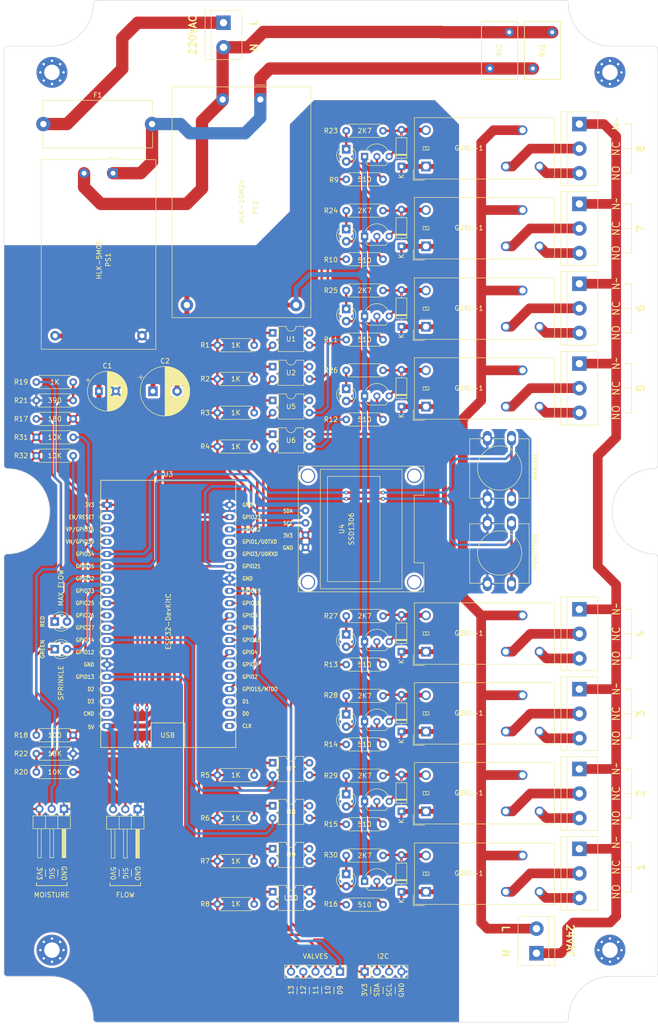
<source format=kicad_pcb>
(kicad_pcb (version 20221018) (generator pcbnew)
  (title_block (title "ESP32_Sprinkle_Timer_Board") (date "2023-07-14") (rev "1.0"))
  (layers (0 "F.Cu" signal) (31 "B.Cu" signal) (34 "B.Paste" user) (35 "F.Paste" user) (36 "B.SilkS" user "B.Silkscreen") (37 "F.SilkS" user "F.Silkscreen") (38 "B.Mask" user) (39 "F.Mask" user) (44 "Edge.Cuts" user))
  (net 0 "")
  (net 1 "+24V")
  (net 2 "Net-(D1-A)")
  (net 3 "Net-(D2-A)")
  (net 4 "Net-(D3-A)")
  (net 5 "Net-(D4-A)")
  (net 6 "Net-(D5-A)")
  (net 7 "Net-(D6-A)")
  (net 8 "Net-(D7-A)")
  (net 9 "Net-(D8-A)")
  (net 10 "Net-(D9-K)")
  (net 11 "Net-(D9-A)")
  (net 12 "Net-(D10-K)")
  (net 13 "Net-(D10-A)")
  (net 14 "220VAC_L")
  (net 15 "24VAC_N")
  (net 16 "Net-(J1-Pin_2)")
  (net 17 "Net-(J1-Pin_3)")
  (net 18 "Net-(J2-Pin_2)")
  (net 19 "Net-(J2-Pin_3)")
  (net 20 "Net-(J3-Pin_2)")
  (net 21 "Net-(J3-Pin_3)")
  (net 22 "Net-(J4-Pin_2)")
  (net 23 "Net-(J4-Pin_3)")
  (net 24 "Net-(J5-Pin_2)")
  (net 25 "Net-(J5-Pin_3)")
  (net 26 "Net-(J6-Pin_2)")
  (net 27 "Net-(J6-Pin_3)")
  (net 28 "Net-(J7-Pin_2)")
  (net 29 "Net-(J7-Pin_3)")
  (net 30 "Net-(J8-Pin_2)")
  (net 31 "Net-(J8-Pin_3)")
  (net 32 "24VAC_L")
  (net 33 "220VAC_N")
  (net 34 "GND1")
  (net 35 "Net-(J11-Pin_2)")
  (net 36 "+3V3")
  (net 37 "Net-(J12-Pin_2)")
  (net 38 "+5V")
  (net 39 "/SDA")
  (net 40 "/SCL")
  (net 41 "GPIO19")
  (net 42 "GPIO23")
  (net 43 "GPIO25")
  (net 44 "GPIO26")
  (net 45 "GPIO27")
  (net 46 "GND2")
  (net 47 "Net-(Q1-B)")
  (net 48 "Net-(Q2-B)")
  (net 49 "Net-(Q3-B)")
  (net 50 "Net-(Q4-B)")
  (net 51 "Net-(Q5-B)")
  (net 52 "Net-(Q6-B)")
  (net 53 "Net-(Q7-B)")
  (net 54 "Net-(Q8-B)")
  (net 55 "Net-(R1-Pad1)")
  (net 56 "Net-(R2-Pad1)")
  (net 57 "Net-(R3-Pad1)")
  (net 58 "Net-(R4-Pad1)")
  (net 59 "Net-(R5-Pad1)")
  (net 60 "Net-(R6-Pad1)")
  (net 61 "Net-(R7-Pad1)")
  (net 62 "Net-(R8-Pad1)")
  (net 63 "Net-(R9-Pad1)")
  (net 64 "Net-(R10-Pad1)")
  (net 65 "Net-(R11-Pad1)")
  (net 66 "Net-(R12-Pad1)")
  (net 67 "Net-(R13-Pad1)")
  (net 68 "Net-(R14-Pad1)")
  (net 69 "Net-(R15-Pad1)")
  (net 70 "Net-(R16-Pad1)")
  (net 71 "Net-(U3-SENSOR_VP{slash}GPIO36{slash}ADC1_CH0)")
  (net 72 "Net-(U3-SENSOR_VN{slash}GPIO39{slash}ADC1_CH3)")
  (net 73 "Net-(SW1-B)")
  (net 74 "Net-(SW2-B)")
  (net 75 "GPIO18")
  (net 76 "GPIO17")
  (net 77 "GPIO16")
  (net 78 "GPIO15")
  (net 79 "GPIO14")
  (net 80 "GPIO13")
  (net 81 "GPIO5")
  (net 82 "GPIO4")
  (net 95 "Net-(D11-K)")
  (net 96 "Net-(D12-K)")
  (net 97 "Net-(D13-K)")
  (net 98 "Net-(D14-K)")
  (net 99 "Net-(D15-K)")
  (net 100 "Net-(D16-K)")
  (net 101 "Net-(D17-K)")
  (net 102 "Net-(D18-K)")
  (net 103 "Net-(J10-Pin_1)")
  (footprint "Resistor_THT:R_Axial_DIN0207_L6.3mm_D2.5mm_P7.62mm_Horizontal" (layer "F.Cu") (at 84.61 201.45 180)
    (fp_text reference "R6")
    (fp_text value "1K")
  )
  (footprint "Resistor_THT:R_Axial_DIN0207_L6.3mm_D2.5mm_P7.62mm_Horizontal" (layer "F.Cu") (at 39.525 111.28)
    (fp_text reference "R19")
    (fp_text value "1K")
  )
  (footprint "Resistor_THT:R_Axial_DIN0207_L6.3mm_D2.5mm_P7.62mm_Horizontal" (layer "F.Cu") (at 111.28 75.84 180)
    (fp_text reference "R24")
    (fp_text value "2K7")
  )
  (footprint "Relay_THT:Relay_SPDT_Omron_G2RL-1" (layer "F.Cu") (at 120.17 116.36 90)
    (fp_text reference "K4" hide)
    (fp_text value "G2RL-1")
  )
  (footprint "Diode_THT:D_DO-35_SOD27_P7.62mm_Horizontal" (layer "F.Cu") (at 115.09 167.0375 90)
    (fp_text reference "D5" hide)
    (fp_text value "1N4148" hide)
  )
  (footprint "TerminalBlock:TerminalBlock_bornier-3_P5.08mm" (layer "F.Cu") (at 151.92 90.96 -90)
    (fp_text reference "J3" hide)
    (fp_text value "Screw_Terminal_01x03" hide)
  )
  (footprint "Relay_THT:Relay_SPDT_Omron_G2RL-1" (layer "F.Cu") (at 120.17 66.7075 90)
    (fp_text reference "K1" hide)
    (fp_text value "G2RL-1")
  )
  (footprint "TerminalBlock:TerminalBlock_bornier-3_P5.08mm" (layer "F.Cu") (at 151.92 57.94 -90)
    (fp_text reference "J1" hide)
    (fp_text value "Screw_Terminal_01x03" hide)
  )
  (footprint "Resistor_THT:R_Axial_DIN0207_L6.3mm_D2.5mm_P7.62mm_Horizontal" (layer "F.Cu") (at 47.145 118.9 180)
    (fp_text reference "R17")
    (fp_text value "180")
  )
  (footprint "Relay_THT:Relay_SPDT_Omron_G2RL-1" (layer "F.Cu") (at 120.17 99.85 90)
    (fp_text reference "K3" hide)
    (fp_text value "G2RL-1")
  )
  (footprint "Package_DIP:DIP-4_W7.62mm" (layer "F.Cu") (at 88.43 108.1)
    (fp_text reference "U2")
    (fp_text value "PC817" hide)
  )
  (footprint "Resistor_THT:R_Axial_DIN0207_L6.3mm_D2.5mm_P7.62mm_Horizontal" (layer "F.Cu") (at 103.66 219.3525)
    (fp_text reference "R16")
    (fp_text value "510")
  )
  (footprint "MountingHole:MountingHole_3.2mm_M3_Pad_Via" (layer "F.Cu") (at 42.75 228.75)
    (fp_text reference "REF**" hide)
    (fp_text value "MountingHole_3.2mm_M3_Pad_Via" hide)
  )
  (footprint "Diode_THT:D_DO-35_SOD27_P7.62mm_Horizontal" (layer "F.Cu") (at 115.09 116.36 90)
    (fp_text reference "D4" hide)
    (fp_text value "1N4148" hide)
  )
  (footprint "Resistor_THT:R_Axial_DIN0207_L6.3mm_D2.5mm_P7.62mm_Horizontal" (layer "F.Cu") (at 39.525 126.52)
    (fp_text reference "R32")
    (fp_text value "10K")
  )
  (footprint "Resistor_THT:R_Axial_DIN0207_L6.3mm_D2.5mm_P7.62mm_Horizontal" (layer "F.Cu") (at 111.28 59.33 180)
    (fp_text reference "R23")
    (fp_text value "2K7")
  )
  (footprint "Package_TO_SOT_THT:TO-92_Inline_Wide" (layer "F.Cu") (at 107.47 214.51)
    (fp_text reference "Q8" hide)
    (fp_text value "2N3904")
  )
  (footprint "Resistor_THT:R_Axial_DIN0207_L6.3mm_D2.5mm_P7.62mm_Horizontal" (layer "F.Cu") (at 103.66 102.5125)
    (fp_text reference "R11")
    (fp_text value "510")
  )
  (footprint "Package_TO_SOT_THT:TO-92_Inline_Wide" (layer "F.Cu") (at 107.47 64.65)
    (fp_text reference "Q1" hide)
    (fp_text value "2N3904")
  )
  (footprint "Package_DIP:DIP-4_W7.62mm" (layer "F.Cu") (at 88.43 207.795)
    (fp_text reference "U9")
    (fp_text value "PC817" hide)
  )
  (footprint "TerminalBlock:TerminalBlock_bornier-3_P5.08mm" (layer "F.Cu") (at 151.92 174.78 -90)
    (fp_text reference "J6" hide)
    (fp_text value "Screw_Terminal_01x03" hide)
  )
  (footprint "Resistor_THT:R_Axial_DIN0207_L6.3mm_D2.5mm_P7.62mm_Horizontal" (layer "F.Cu") (at 111.28 176.17 180)
    (fp_text reference "R28")
    (fp_text value "2K7")
  )
  (footprint "LED_THT:LED_D3.0mm" (layer "F.Cu") (at 103.66 196.49 -90)
    (fp_text reference "D17" hide)
    (fp_text value "RED")
  )
  (footprint "Converter_ACDC:Converter_ACDC_HiLink_HLK-5Mxx" (layer "F.Cu") (at 55.4 68.1 -90)
    (fp_text reference "PS1" hide)
    (fp_text value "HLK-5M05")
  )
  (footprint "Connector_PinHeader_2.54mm:PinHeader_1x04_P2.54mm_Vertical" (layer "F.Cu") (at 107.47 233.2 90)
    (fp_text reference "J13" hide)
    (fp_text value "I2C")
  )
  (footprint "Capacitor_THT:CP_Radial_D10.0mm_P5.00mm" (layer "F.Cu") (at 63.655 113.185)
    (fp_text reference "C2")
    (fp_text value "220uF")
  )
  (footprint "Diode_THT:D_DO-35_SOD27_P7.62mm_Horizontal" (layer "F.Cu") (at 115.09 200.0575 90)
    (fp_text reference "D7" hide)
    (fp_text value "1N4148" hide)
  )
  (footprint "Resistor_THT:R_Axial_DIN0207_L6.3mm_D2.5mm_P7.62mm_Horizontal" (layer "F.Cu") (at 47.145 115.09 180)
    (fp_text reference "R21")
    (fp_text value "390")
  )
  (footprint "Resistor_THT:R_Axial_DIN0207_L6.3mm_D2.5mm_P7.62mm_Horizontal" (layer "F.Cu") (at 111.28 92.35 180)
    (fp_text reference "R25")
    (fp_text value "2K7")
  )
  (footprint "Package_TO_SOT_THT:TO-92_Inline_Wide" (layer "F.Cu") (at 107.47 181.49)
    (fp_text reference "Q6" hide)
    (fp_text value "2N3904")
  )
  (footprint "footprints:SSD1306_0.96_Oled" (layer "F.Cu") (at 119.74 154.665 90)
    (fp_text reference "U4")
    (fp_text value "SSD1306")
  )
  (footprint "Relay_THT:Relay_SPDT_Omron_G2RL-1" (layer "F.Cu") (at 120.17 200.0575 90)
    (fp_text reference "K7" hide)
    (fp_text value "G2RL-1")
  )
  (footprint "TerminalBlock:TerminalBlock_bornier-3_P5.08mm" (layer "F.Cu") (at 151.92 158.27 -90)
    (fp_text reference "J5" hide)
    (fp_text value "Screw_Terminal_01x03" hide)
  )
  (footprint "TerminalBlock:TerminalBlock_bornier-3_P5.08mm" (layer "F.Cu") (at 151.92 74.45 -90)
    (fp_text reference "J2" hide)
    (fp_text value "Screw_Terminal_01x03" hide)
  )
  (footprint "Resistor_THT:R_Axial_DIN0207_L6.3mm_D2.5mm_P7.62mm_Horizontal" (layer "F.Cu") (at 103.66 69.37)
    (fp_text reference "R9")
    (fp_text value "510")
  )
  (footprint "Relay_THT:Relay_SPDT_Omron_G2RL-1" (layer "F.Cu") (at 120.17 83.2175 90)
    (fp_text reference "K2" hide)
    (fp_text value "G2RL-1")
  )
  (footprint "Package_TO_SOT_THT:TO-92_Inline_Wide" (layer "F.Cu") (at 107.47 164.98)
    (fp_text reference "Q5" hide)
    (fp_text value "2N3904")
  )
  (footprint "TerminalBlock:TerminalBlock_bornier-2_P5.08mm" (layer "F.Cu") (at 78.26 36.985 -90)
    (fp_text reference "J10" hide)
    (fp_text value "Screw_Terminal_01x02" hide)
  )
  (footprint "Diode_THT:D_DO-35_SOD27_P7.62mm_Horizontal" (layer "F.Cu") (at 115.09 66.7075 90)
    (fp_text reference "D1" hide)
    (fp_text value "1N4148" hide)
  )
  (footprint "Resistor_THT:R_Axial_DIN0207_L6.3mm_D2.5mm_P7.62mm_Horizontal" (layer "F.Cu") (at 111.28 192.68 180)
    (fp_text reference "R29")
    (fp_text value "2K7")
  )
  (footprint "LED_THT:LED_D3.0mm" (layer "F.Cu") (at 43.335 166.525)
    (fp_text reference "D10" hide)
    (fp_text value "GREEN")
  )
  (footprint "Resistor_THT:R_Axial_DIN0207_L6.3mm_D2.5mm_P7.62mm_Horizontal" (layer "F.Cu") (at 111.28 108.86 180)
    (fp_text reference "R26")
    (fp_text value "2K7")
  )
  (footprint "LED_THT:LED_D3.0mm" (layer "F.Cu") (at 103.66 63.14 -90)
    (fp_text reference "D11" hide)
    (fp_text value "RED")
  )
  (footprint "Resistor_THT:R_Axial_DIN0207_L6.3mm_D2.5mm_P7.62mm_Horizontal" (layer "F.Cu") (at 84.61 103.66 180)
    (fp_text reference "R1")
    (fp_text value "1K")
  )
  (footprint "TerminalBlock:TerminalBlock_bornier-3_P5.08mm" (layer "F.Cu") (at 151.92 207.8 -90)
    (fp_text reference "J8" hide)
    (fp_text value "Screw_Terminal_01x03" hide)
  )
  (footprint "Resistor_THT:R_Axial_DIN0207_L6.3mm_D2.5mm_P7.62mm_Horizontal" (layer "F.Cu") (at 47.145 191.925 180)
    (fp_text reference "R20")
    (fp_text value "10K")
  )
  (footprint "Converter_ACDC:Converter_ACDC_HiLink_HLK-10Mxx" (layer "F.Cu") (at 85.88 52.86 -90)
    (fp_text reference "PS2" hide)
    (fp_text value "HLK-10M24")
  )
  (footprint "Package_TO_SOT_THT:TO-92_Inline_Wide" (layer "F.Cu") (at 107.47 81.16)
    (fp_text reference "Q2" hide)
    (fp_text value "2N3904")
  )
  (footprint "MountingHole:MountingHole_3.2mm_M3_Pad_Via" (layer "F.Cu") (at 158.25 228.75)
    (fp_text reference "REF**" hide)
    (fp_text value "MountingHole_3.2mm_M3_Pad_Via" hide)
  )
  (footprint "Capacitor_THT:CP_Radial_D8.0mm_P3.50mm" (layer "F.Cu") (at 52.477349 113.185)
    (fp_text reference "C1")
    (fp_text value "220uF")
  )
  (footprint "Relay_THT:Relay_SPDT_Omron_G2RL-1" (layer "F.Cu") (at 120.18 216.69 90)
    (fp_text reference "K8" hide)
    (fp_text value "G2RL-1")
  )
  (footprint "PCM_Espressif:ESP32-DevKitC" (layer "F.Cu") (at 54.13 136.68)
    (fp_text reference "U3")
    (fp_text value "ESP32-DevKitC")
  )
  (footprint "Connector_PinHeader_2.54mm:PinHeader_1x05_P2.54mm_Vertical" (layer "F.Cu") (at 102.39 233.2 -90)
    (fp_text reference "J14" hide)
    (fp_text value "VALVES")
  )
  (footprint "Resistor_THT:R_Axial_DIN0207_L6.3mm_D2.5mm_P7.62mm_Horizontal" (layer "F.Cu") (at 84.61 110.645 180)
    (fp_text reference "R2")
    (fp_text value "1K")
  )
  (footprint "Resistor_THT:R_Axial_DIN0207_L6.3mm_D2.5mm_P7.62mm_Horizontal" (layer "F.Cu") (at 47.145 184.305 180)
    (fp_text reference "R18")
    (fp_text value "100")
  )
  (footprint "Resistor_THT:R_Axial_DIN0207_L6.3mm_D2.5mm_P7.62mm_Horizontal" (layer "F.Cu") (at 39.525 122.71)
    (fp_text reference "R31")
    (fp_text value "10K")
  )
  (footprint "MountingHole:MountingHole_3.2mm_M3_Pad_Via" (layer "F.Cu") (at 42.75 47.25)
    (fp_text reference "REF**" hide)
    (fp_text value "MountingHole_3.2mm_M3_Pad_Via" hide)
  )
  (footprint "LED_THT:LED_D3.0mm" (layer "F.Cu") (at 103.66 96.16 -90)
    (fp_text reference "D13" hide)
    (fp_text value "RED")
  )
  (footprint "TerminalBlock:TerminalBlock_bornier-3_P5.08mm" (layer "F.Cu") (at 151.92 107.47 -90)
    (fp_text reference "J4" hide)
    (fp_text value "Screw_Terminal_01x03" hide)
  )
  (footprint "Package_DIP:DIP-4_W7.62mm" (layer "F.Cu") (at 88.43 122.07)
    (fp_text reference "U6")
    (fp_text value "PC817" hide)
  )
  (footprint "Package_DIP:DIP-4_W7.62mm" (layer "F.Cu") (at 88.43 190.015)
    (fp_text reference "U7")
    (fp_text value "PC817" hide)
  )
  (footprint "TerminalBlock:TerminalBlock_bornier-3_P5.08mm" (layer "F.Cu") (at 151.92 191.29 -90)
    (fp_text reference "J7" hide)
    (fp_text value "Screw_Terminal_01x03" hide)
  )
  (footprint "Package_DIP:DIP-4_W7.62mm" (layer "F.Cu") (at 88.43 101.115)
    (fp_text reference "U1")
    (fp_text value "PC817" hide)
  )
  (footprint "LED_THT:LED_D3.0mm" (layer "F.Cu") (at 103.66 79.65 -90)
    (fp_text reference "D12" hide)
    (fp_text value "RED")
  )
  (footprint "Resistor_THT:R_Axial_DIN0207_L6.3mm_D2.5mm_P7.62mm_Horizontal" (layer "F.Cu") (at 111.28 209.19 180)
    (fp_text reference "R30")
    (fp_text value "2K7")
  )
  (footprint "LED_THT:LED_D3.0mm" (layer "F.Cu") (at 43.33 160.81)
    (fp_text reference "D9" hide)
    (fp_text value "RED")
  )
  (footprint "Button_Switch_THT:SW_PUSH-12mm" (layer "F.Cu") (at 132.87 152.99 90)
    (fp_text reference "SW2" hide)
    (fp_text value "FUNCTION")
  )
  (footprint "Resistor_THT:R_Axial_DIN0207_L6.3mm_D2.5mm_P7.62mm_Horizontal" (layer "F.Cu") (at 84.61 117.63 180)
    (fp_text reference "R3")
    (fp_text value "1K")
  )
  (footprint "LED_THT:LED_D3.0mm" (layer "F.Cu") (at 103.66 112.67 -90)
    (fp_text reference "D14" hide)
    (fp_text value "RED")
  )
  (footprint "Varistor:RV_Disc_D12mm_W7.5mm_P7.5mm" (layer "F.Cu") (at 142.3 46.45 90)
    (fp_text reference "RV1" hide)
    (fp_text value "10D561" hide)
  )
  (footprint "Relay_THT:Relay_SPDT_Omron_G2RL-1" (layer "F.Cu") (at 120.17 183.5475 90)
    (fp_text reference "K6" hide)
    (fp_text value "G2RL-1")
  )
  (footprint "Resistor_THT:R_Axial_DIN0207_L6.3mm_D2.5mm_P7.62mm_Horizontal" (layer "F.Cu") (at 103.66 119.0225)
    (fp_text reference "R12")
    (fp_text value "510")
  )
  (footprint "Resistor_THT:R_Axial_DIN0207_L6.3mm_D2.5mm_P7.62mm_Horizontal" (layer "F.Cu") (at 39.525 188.115)
    (fp_text reference "R22")
    (fp_text value "18K")
  )
  (footprint "Resistor_THT:R_Axial_DIN0207_L6.3mm_D2.5mm_P7.62mm_Horizontal" (layer "F.Cu") (at 84.61 219.23 180)
    (fp_text reference "R8")
    (fp_text value "1K")
  )
  (footprint "MountingHole:MountingHole_3.2mm_M3_Pad_Via" (layer "F.Cu") (at 158.25 47.25)
    (fp_text reference "REF**" hide)
    (fp_text value "MountingHole_3.2mm_M3_Pad_Via" hide)
  )
  (footprint "Package_TO_SOT_THT:TO-92_Inline_Wide" (layer "F.Cu") (at 107.47 198)
    (fp_text reference "Q7" hide)
    (fp_text value "2N3904")
  )
  (footprint "Resistor_THT:R_Axial_DIN0207_L6.3mm_D2.5mm_P7.62mm_Horizontal" (layer "F.Cu") (at 84.61 210.34 180)
    (fp_text reference "R7")
    (fp_text value "1K")
  )
  (footprint "Diode_THT:D_DO-35_SOD27_P7.62mm_Horizontal" (layer "F.Cu") (at 115.09 183.5475 90)
    (fp_text reference "D6" hide)
    (fp_text value "1N4148" hide)
  )
  (footprint "Resistor_THT:R_Axial_DIN0207_L6.3mm_D2.5mm_P7.62mm_Horizontal" (layer "F.Cu") (at 103.66 85.88)
    (fp_text reference "R10")
    (fp_text value "510")
  )
  (footprint "Varistor:RV_Disc_D12mm_W7.5mm_P7.5mm" (layer "F.Cu") (at 133.41 46.45 90)
    (fp_text reference "RV2" hide)
    (fp_text value "10D561" hide)
  )
  (footprint "Resistor_THT:R_Axial_DIN0207_L6.3mm_D2.5mm_P7.62mm_Horizontal" (layer "F.Cu") (at 103.66 202.72)
    (fp_text reference "R15")
    (fp_text value "510")
  )
  (footprint "Diode_THT:D_DO-35_SOD27_P7.62mm_Horizontal" (layer "F.Cu") (at 115.09 99.85 90)
    (fp_text reference "D3" hide)
    (fp_text value "1N4148" hide)
  )
  (footprint "Resistor_THT:R_Axial_DIN0207_L6.3mm_D2.5mm_P7.62mm_Horizontal" (layer "F.Cu") (at 111.28 159.66 180)
    (fp_text reference "R27")
    (fp_text value "2K7")
  )
  (footprint "Resistor_THT:R_Axial_DIN0207_L6.3mm_D2.5mm_P7.62mm_Horizontal" (layer "F.Cu") (at 84.61 124.615 180)
    (fp_text reference "R4")
    (fp_text value "1K")
  )
  (footprint "Package_DIP:DIP-4_W7.62mm" (layer "F.Cu") (at 88.43 216.685)
    (fp_text reference "U10")
    (fp_text value "PC817" hide)
  )
  (footprint "Resistor_THT:R_Axial_DIN0207_L6.3mm_D2.5mm_P7.62mm_Horizontal" (layer "F.Cu") (at 84.61 192.56 180)
    (fp_text reference "R5")
    (fp_text value "1K")
  )
  (footprint "Package_TO_SOT_THT:TO-92_Inline_Wide" (layer "F.Cu") (at 107.47 114.18)
    (fp_text reference "Q4" hide)
    (fp_text value "2N3904")
  )
  (footprint "Diode_THT:D_DO-35_SOD27_P7.62mm_Horizontal" (layer "F.Cu") (at 115.09 216.69 90)
    (fp_text reference "D8" hide)
    (fp_text value "1N4148" hide)
  )
  (footprint "Package_TO_SOT_THT:TO-92_Inline_Wide" (layer "F.Cu") (at 107.47 97.67)
    (fp_text reference "Q3" hide)
    (fp_text value "2N3904")
  )
  (footprint "Connector_PinHeader_2.54mm:PinHeader_1x03_P2.54mm_Horizontal" (layer "F.Cu") (at 60.48 199.615 -90)
    (fp_text reference "J12" hide)
    (fp_text value "FLOW")
  )
  (footprint "Fuse:Fuseholder_Cylinder-5x20mm_Schurter_0031_8201_Horizontal_Open" (layer "F.Cu") (at 40.975 57.94)
    (fp_text reference "F1")
    (fp_text value "Fuse")
  )
  (footprint "Diode_THT:D_DO-35_SOD27_P7.62mm_Horizontal" (layer "F.Cu") (at 115.09 83.2175 90)
    (fp_text reference "D2" hide)
    (fp_text value "1N4148" hide)
  )
  (footprint "LED_THT:LED_D3.0mm" (layer "F.Cu") (at 103.66 163.47 -90)
    (fp_text reference "D15" hide)
    (fp_text value "RED")
  )
  (footprint "Button_Switch_THT:SW_PUSH-12mm" (layer "F.Cu") (at 132.87 135.41 90)
    (fp_text reference "SW1" hide)
    (fp_text value "MANUAL")
  )
  (footprint "TerminalBlock:TerminalBlock_bornier-2_P5.08mm" (layer "F.Cu") (at 143.03 229.39 90)
    (fp_text reference "J9" hide)
    (fp_text value "Screw_Terminal_01x02" hide)
  )
  (footprint "Relay_THT:Relay_SPDT_Omron_G2RL-1" (layer "F.Cu") (at 120.17 167.0375 90)
    (fp_text reference "K5" hide)
    (fp_text value "G2RL-1")
  )
  (footprint "LED_THT:LED_D3.0mm" (layer "F.Cu") (at 103.66 179.98 -90)
    (fp_text reference "D16" hide)
    (fp_text value "RED")
  )
  (footprint "Package_DIP:DIP-4_W7.62mm" (layer "F.Cu") (at 88.43 115.08)
    (fp_text reference "U5")
    (fp_text value "PC817" hide)
  )
  (footprint "Package_DIP:DIP-4_W7.62mm" (layer "F.Cu") (at 88.43 198.905)
    (fp_text reference "U8")
    (fp_text value "PC817" hide)
  )
  (footprint "LED_THT:LED_D3.0mm" (layer "F.Cu") (at 103.66 213 -90)
    (fp_text reference "D18" hide)
    (fp_text value "RED")
  )
  (footprint "Resistor_THT:R_Axial_DIN0207_L6.3mm_D2.5mm_P7.62mm_Horizontal" (layer "F.Cu") (at 103.66 186.21)
    (fp_text reference "R14")
    (fp_text value "510")
  )
  (footprint "Resistor_THT:R_Axial_DIN0207_L6.3mm_D2.5mm_P7.62mm_Horizontal" (layer "F.Cu") (at 103.66 169.7)
    (fp_text reference "R13")
    (fp_text value "510")
  )
  (footprint "Connector_PinHeader_2.54mm:PinHeader_1x03_P2.54mm_Horizontal" (layer "F.Cu") (at 45.24 199.545 -90)
    (fp_text reference "J11" hide)
    (fp_text value "MOISTURE")
  )
  (gr_line (start 162.715 191.29) (end 162.715 201.45) (stroke (width 0.15)) (layer "F.SilkS"))
  (gr_line (start 45.875 215.42) (end 45.875 214.785) (stroke (width 0.15)) (layer "F.SilkS"))
  (gr_line (start 61.115 215.42) (end 61.115 214.785) (stroke (width 0.15)) (layer "F.SilkS"))
  (gr_line (start 162.715 107.47) (end 162.715 117.63) (stroke (width 0.15)) (layer "F.SilkS"))
  (gr_line (start 162.715 74.45) (end 162.715 84.61) (stroke (width 0.15)) (layer "F.SilkS"))
  (gr_line (start 162.715 63.02) (end 161.445 63.02) (stroke (width 0.15)) (layer "F.SilkS"))
  (gr_line (start 162.715 206.53) (end 162.715 216.69) (stroke (width 0.15)) (layer "F.SilkS"))
  (gr_line (start 162.715 117.63) (end 161.445 117.63) (stroke (width 0.15)) (layer "F.SilkS"))
  (gr_line (start 162.715 57.94) (end 162.715 68.1) (stroke (width 0.15)) (layer "F.SilkS"))
  (gr_line (start 162.715 79.53) (end 161.445 79.53) (stroke (width 0.15)) (layer "F.SilkS"))
  (gr_line (start 161.445 158.27) (end 162.715 158.27) (stroke (width 0.15)) (layer "F.SilkS"))
  (gr_line (start 162.715 84.61) (end 161.445 84.61) (stroke (width 0.15)) (layer "F.SilkS"))
  (gr_line (start 54.765 214.785) (end 54.765 215.42) (stroke (width 0.15)) (layer "F.SilkS"))
  (gr_line (start 162.715 101.12) (end 161.445 101.12) (stroke (width 0.15)) (layer "F.SilkS"))
  (gr_line (start 162.715 201.45) (end 161.445 201.45) (stroke (width 0.15)) (layer "F.SilkS"))
  (gr_line (start 162.715 163.35) (end 161.445 163.35) (stroke (width 0.15)) (layer "F.SilkS"))
  (gr_line (start 161.445 74.45) (end 162.715 74.45) (stroke (width 0.15)) (layer "F.SilkS"))
  (gr_line (start 162.715 184.94) (end 161.445 184.94) (stroke (width 0.15)) (layer "F.SilkS"))
  (gr_line (start 162.715 211.61) (end 161.445 211.61) (stroke (width 0.15)) (layer "F.SilkS"))
  (gr_line (start 162.715 216.69) (end 161.445 216.69) (stroke (width 0.15)) (layer "F.SilkS"))
  (gr_line (start 162.715 112.55) (end 161.445 112.55) (stroke (width 0.15)) (layer "F.SilkS"))
  (gr_line (start 162.715 168.43) (end 161.445 168.43) (stroke (width 0.15)) (layer "F.SilkS"))
  (gr_line (start 161.445 107.47) (end 162.715 107.47) (stroke (width 0.15)) (layer "F.SilkS"))
  (gr_line (start 161.445 191.29) (end 162.715 191.29) (stroke (width 0.15)) (layer "F.SilkS"))
  (gr_line (start 161.445 206.53) (end 162.715 206.53) (stroke (width 0.15)) (layer "F.SilkS"))
  (gr_line (start 162.715 68.1) (end 161.445 68.1) (stroke (width 0.15)) (layer "F.SilkS"))
  (gr_line (start 161.445 174.78) (end 162.715 174.78) (stroke (width 0.15)) (layer "F.SilkS"))
  (gr_line (start 161.445 57.94) (end 162.715 57.94) (stroke (width 0.15)) (layer "F.SilkS"))
  (gr_line (start 39.525 214.785) (end 39.525 215.42) (stroke (width 0.15)) (layer "F.SilkS"))
  (gr_line (start 162.715 174.78) (end 162.715 184.94) (stroke (width 0.15)) (layer "F.SilkS"))
  (gr_line (start 162.715 158.27) (end 162.715 168.43) (stroke (width 0.15)) (layer "F.SilkS"))
  (gr_line (start 39.525 215.42) (end 45.875 215.42) (stroke (width 0.15)) (layer "F.SilkS"))
  (gr_line (start 161.445 90.96) (end 162.715 90.96) (stroke (width 0.15)) (layer "F.SilkS"))
  (gr_line (start 162.715 96.04) (end 161.445 96.04) (stroke (width 0.15)) (layer "F.SilkS"))
  (gr_line (start 162.715 179.86) (end 161.445 179.86) (stroke (width 0.15)) (layer "F.SilkS"))
  (gr_line (start 54.765 215.42) (end 61.115 215.42) (stroke (width 0.15)) (layer "F.SilkS"))
  (gr_line (start 162.715 196.37) (end 161.445 196.37) (stroke (width 0.15)) (layer "F.SilkS"))
  (gr_line (start 162.715 90.96) (end 162.715 101.12) (stroke (width 0.15)) (layer "F.SilkS"))
  (gr_arc (start 32.833484 147.5025) (mid 33.028702 147.031202) (end 33.5 146.835984) (stroke (width 0.1)) (layer "Edge.Cuts"))
  (gr_line (start 149.0025 32.334734) (end 51.9975 32.334734) (stroke (width 0.1)) (layer "Edge.Cuts"))
  (gr_line (start 42.4975 41.834734) (end 33.4975 41.834734) (stroke (width 0.1)) (layer "Edge.Cuts"))
  (gr_arc (start 168.166516 128.4975) (mid 167.971298 128.968798) (end 167.5 129.164016) (stroke (width 0.1)) (layer "Edge.Cuts"))
  (gr_line (start 51.9975 243.665266) (end 149.0025 243.665266) (stroke (width 0.1)) (layer "Edge.Cuts"))
  (gr_arc (start 51.9975 243.665266) (mid 51.52797 243.47078) (end 51.333484 243.00125) (stroke (width 0.1)) (layer "Edge.Cuts"))
  (gr_line (start 158.5025 234.165266) (end 167.5025 234.165266) (stroke (width 0.1)) (layer "Edge.Cuts"))
  (gr_line (start 167.5025 41.834734) (end 158.5025 41.834734) (stroke (width 0.1)) (layer "Edge.Cuts"))
  (gr_line (start 32.833484 147.5025) (end 32.833484 233.50125) (stroke (width 0.1)) (layer "Edge.Cuts"))
  (gr_arc (start 167.5 146.835984) (mid 167.971298 147.031202) (end 168.166516 147.5025) (stroke (width 0.1)) (layer "Edge.Cuts"))
  (gr_arc (start 158.5025 41.834734) (mid 152.254516 39.246734) (end 149.666516 32.99875) (stroke (width 0.1)) (layer "Edge.Cuts"))
  (gr_arc (start 33.5 129.164016) (mid 42.335984 138) (end 33.5 146.835984) (stroke (width 0.1)) (layer "Edge.Cuts"))
  (gr_arc (start 42.4975 234.165266) (mid 48.745485 236.753265) (end 51.333484 243.00125) (stroke (width 0.1)) (layer "Edge.Cuts"))
  (gr_line (start 32.833484 42.49875) (end 32.833484 128.4975) (stroke (width 0.1)) (layer "Edge.Cuts"))
  (gr_line (start 168.166516 233.50125) (end 168.166516 147.5025) (stroke (width 0.1)) (layer "Edge.Cuts"))
  (gr_arc (start 149.666516 243.00125) (mid 152.254515 236.753265) (end 158.5025 234.165266) (stroke (width 0.1)) (layer "Edge.Cuts"))
  (gr_arc (start 149.666516 243.00125) (mid 149.47203 243.47078) (end 149.0025 243.665266) (stroke (width 0.1)) (layer "Edge.Cuts"))
  (gr_arc (start 33.5 129.164016) (mid 33.028702 128.968798) (end 32.833484 128.4975) (stroke (width 0.1)) (layer "Edge.Cuts"))
  (gr_line (start 33.4975 234.165266) (end 42.4975 234.165266) (stroke (width 0.1)) (layer "Edge.Cuts"))
  (gr_line (start 168.166516 128.4975) (end 168.166516 42.49875) (stroke (width 0.1)) (layer "Edge.Cuts"))
  (gr_arc (start 167.5025 41.834734) (mid 167.972048 42.029217) (end 168.166516 42.49875) (stroke (width 0.1)) (layer "Edge.Cuts"))
  (gr_arc (start 33.4975 234.165266) (mid 33.02797 233.97078) (end 32.833484 233.50125) (stroke (width 0.1)) (layer "Edge.Cuts"))
  (gr_arc (start 51.333484 32.99875) (mid 48.745484 39.246734) (end 42.4975 41.834734) (stroke (width 0.1)) (layer "Edge.Cuts"))
  (gr_arc (start 167.5 146.835984) (mid 158.664016 138) (end 167.5 129.164016) (stroke (width 0.1)) (layer "Edge.Cuts"))
  (gr_arc (start 168.166516 233.50125) (mid 167.97203 233.97078) (end 167.5025 234.165266) (stroke (width 0.1)) (layer "Edge.Cuts"))
  (gr_arc (start 51.333484 32.99875) (mid 51.527987 32.529252) (end 51.9975 32.334734) (stroke (width 0.1)) (layer "Edge.Cuts"))
  (gr_arc (start 149.0025 32.334734) (mid 149.472048 32.529217) (end 149.666516 32.99875) (stroke (width 0.1)) (layer "Edge.Cuts"))
  (gr_arc (start 32.833484 42.49875) (mid 33.027987 42.029252) (end 33.4975 41.834734) (stroke (width 0.1)) (layer "Edge.Cuts"))
  (gr_text "N~" (at 159.54 174.78 90) (layer "F.SilkS") (effects (font (size 1.5 1.5) (thickness 0.1875))))
  (gr_text "3V3" (at 91.595 143.03) (layer "F.SilkS") (effects (font (size 0.8 0.7))))
  (gr_text "3V3" (at 40.16 212.88 -90) (layer "F.SilkS") (effects (font (size 1 1))))
  (gr_text "NC" (at 159.54 211.61 90) (layer "F.SilkS") (effects (font (size 1.5 1.5) (thickness 0.1875))))
  (gr_text "GND" (at 45.24 212.88 -90) (layer "F.SilkS") (effects (font (size 1 1))))
  (gr_text "1" (at 164.62 211.61 90) (layer "F.SilkS") (effects (font (size 1.5 1.5) (thickness 0.3) bold)))
  (gr_text "|" (at 93.5 237.01) (layer "F.SilkS") (effects (font (size 1 1))))
  (gr_text "N~" (at 159.54 206.53 90) (layer "F.SilkS") (effects (font (size 1.5 1.5) (thickness 0.1875))))
  (gr_text "NO" (at 159.54 101.12 90) (layer "F.SilkS") (effects (font (size 1.5 1.5) (thickness 0.1875))))
  (gr_text "NO" (at 159.54 68.1 90) (layer "F.SilkS") (effects (font (size 1.5 1.5) (thickness 0.1875))))
  (gr_text "SIG" (at 57.94 212.88 -90) (layer "F.SilkS") (effects (font (size 1 1))))
  (gr_text "|" (at 56.67 212.88 180) (layer "F.SilkS") (effects (font (size 1 1))))
  (gr_text "N" (at 84.61 42.065 90) (layer "F.SilkS") (effects (font (size 1.5 1.5) (thickness 0.3) bold)))
  (gr_text "N" (at 136.68 229.39 -90) (layer "F.SilkS") (effects (font (size 1.5 1.5) (thickness 0.3) bold)))
  (gr_text "N~" (at 159.54 107.47 90) (layer "F.SilkS") (effects (font (size 1.5 1.5) (thickness 0.1875))))
  (gr_text "NC" (at 159.54 96.04 90) (layer "F.SilkS") (effects (font (size 1.5 1.5) (thickness 0.1875))))
  (gr_text "NC" (at 159.54 112.55 90) (layer "F.SilkS") (effects (font (size 1.5 1.5) (thickness 0.1875))))
  (gr_text "NC" (at 159.54 79.53 90) (layer "F.SilkS") (effects (font (size 1.5 1.5) (thickness 0.1875))))
  (gr_text "|" (at 96.04 237.01) (layer "F.SilkS") (effects (font (size 1 1))))
  (gr_text "12" (at 94.77 237.01 90) (layer "F.SilkS") (effects (font (size 1 1))))
  (gr_text "SCL" (at 112.55 237.01 90) (layer "F.SilkS") (effects (font (size 1 1))))
  (gr_text "L" (at 136.68 224.31 -90) (layer "F.SilkS") (effects (font (size 1.5 1.5) (thickness 0.3) bold)))
  (gr_text "SDA" (at 110.01 237.01 90) (layer "F.SilkS") (effects (font (size 1 1))))
  (gr_text "2" (at 164.62 196.37 90) (layer "F.SilkS") (effects (font (size 1.5 1.5) (thickness 0.3) bold)))
  (gr_text "MAX FLOW" (at 44.605 153.825 90) (layer "F.SilkS") (effects (font (size 1 1))))
  (gr_text "7" (at 164.62 79.53 90) (layer "F.SilkS") (effects (font (size 1.5 1.5) (thickness 0.3) bold)))
  (gr_text "|" (at 113.82 237.01) (layer "F.SilkS") (effects (font (size 1 1))))
  (gr_text "NO" (at 159.54 201.45 90) (layer "F.SilkS") (effects (font (size 1.5 1.5) (thickness 0.1875))))
  (gr_text "NC" (at 159.54 196.37 90) (layer "F.SilkS") (effects (font (size 1.5 1.5) (thickness 0.1875))))
  (gr_text "L" (at 84.61 36.985 90) (layer "F.SilkS") (effects (font (size 1.5 1.5) (thickness 0.3) bold)))
  (gr_text "N~" (at 159.54 158.27 90) (layer "F.SilkS") (effects (font (size 1.5 1.5) (thickness 0.1875))))
  (gr_text "4" (at 164.62 163.35 90) (layer "F.SilkS") (effects (font (size 1.5 1.5) (thickness 0.3) bold)))
  (gr_text "NC" (at 159.54 63.02 90) (layer "F.SilkS") (effects (font (size 1.5 1.5) (thickness 0.1875))))
  (gr_text "NO" (at 159.54 168.43 90) (layer "F.SilkS") (effects (font (size 1.5 1.5) (thickness 0.1875))))
  (gr_text "|" (at 43.97 212.88 180) (layer "F.SilkS") (effects (font (size 1 1))))
  (gr_text "SIG" (at 42.7 212.88 -90) (layer "F.SilkS") (effects (font (size 1 1))))
  (gr_text "|" (at 59.21 212.88 180) (layer "F.SilkS") (effects (font (size 1 1))))
  (gr_text "09" (at 102.39 237.01 90) (layer "F.SilkS") (effects (font (size 1 1))))
  (gr_text "5V0" (at 55.4 212.88 270) (layer "F.SilkS") (effects (font (size 1 1))))
  (gr_text "GND" (at 115.09 237.01 90) (layer "F.SilkS") (effects (font (size 1 1))))
  (gr_text "8" (at 164.62 63.02 90) (layer "F.SilkS") (effects (font (size 1.5 1.5) (thickness 0.3) bold)))
  (gr_text "3" (at 164.62 179.86 90) (layer "F.SilkS") (effects (font (size 1.5 1.5) (thickness 0.3) bold)))
  (gr_text "SDA" (at 91.595 137.95) (layer "F.SilkS") (effects (font (size 0.8 0.7))))
  (gr_text "13" (at 92.23 237.01 90) (layer "F.SilkS") (effects (font (size 1 1))))
  (gr_text "|" (at 108.74 237.01) (layer "F.SilkS") (effects (font (size 1 1))))
  (gr_text "NC" (at 159.54 163.35 90) (layer "F.SilkS") (effects (font (size 1.5 1.5) (thickness 0.1875))))
  (gr_text "SCL" (at 91.595 140.49) (layer "F.SilkS") (effects (font (size 0.8 0.7))))
  (gr_text "3V3" (at 107.47 237.01 90) (layer "F.SilkS") (effects (font (size 1 1))))
  (gr_text "10" (at 99.85 237.01 90) (layer "F.SilkS") (effects (font (size 1 1))))
  (gr_text "GND" (at 91.595 145.57) (layer "F.SilkS") (effects (font (size 0.8 0.7))))
  (gr_text "NO" (at 159.54 117.63 90) (layer "F.SilkS") (effects (font (size 1.5 1.5) (thickness 0.1875))))
  (gr_text "6" (at 164.62 96.04 90) (layer "F.SilkS") (effects (font (size 1.5 1.5) (thickness 0.3) bold)))
  (gr_text "NO" (at 159.54 216.69 90) (layer "F.SilkS") (effects (font (size 1.5 1.5) (thickness 0.1875))))
  (gr_text "N~" (at 159.54 90.96 90) (layer "F.SilkS") (effects (font (size 1.5 1.5) (thickness 0.1875))))
  (gr_text "N~" (at 159.54 74.45 90) (layer "F.SilkS") (effects (font (size 1.5 1.5) (thickness 0.1875))))
  (gr_text "NO" (at 159.54 84.61 90) (layer "F.SilkS") (effects (font (size 1.5 1.5) (thickness 0.1875))))
  (gr_text "220VAC" (at 71.91 39.525 90) (layer "F.SilkS") (effects (font (size 1.5 1.5) (thickness 0.3) bold)))
  (gr_text "|" (at 101.12 237.01) (layer "F.SilkS") (effects (font (size 1 1))))
  (gr_text "NC" (at 159.54 179.86 90) (layer "F.SilkS") (effects (font (size 1.5 1.5) (thickness 0.1875))))
  (gr_text "|" (at 111.28 237.01) (layer "F.SilkS") (effects (font (size 1 1))))
  (gr_text "11" (at 97.31 237.01 90) (layer "F.SilkS") (effects (font (size 1 1))))
  (gr_text "5" (at 164.62 112.55 90) (layer "F.SilkS") (effects (font (size 1.5 1.5) (thickness 0.3) bold)))
  (gr_text "SPRINKLE" (at 44.605 173.51 90) (layer "F.SilkS") (effects (font (size 1 1))))
  (gr_text "|" (at 41.43 212.88 180) (layer "F.SilkS") (effects (font (size 1 1))))
  (gr_text "N~" (at 159.54 191.29 90) (layer "F.SilkS") (effects (font (size 1.5 1.5) (thickness 0.1875))))
  (gr_text "NO" (at 159.54 184.94 90) (layer "F.SilkS") (effects (font (size 1.5 1.5) (thickness 0.1875))))
  (gr_text "|" (at 98.58 237.01) (layer "F.SilkS") (effects (font (size 1 1))))
  (gr_text "GND" (at 60.48 212.88 270) (layer "F.SilkS") (effects (font (size 1 1))))
  (gr_text "24VAC" (at 150.015 226.85 -90) (layer "F.SilkS") (effects (font (size 1.5 1.5) (thickness 0.3) bold)))
  (gr_text "N~" (at 159.54 57.94 90) (layer "F.SilkS") (effects (font (size 1.5 1.5) (thickness 0.1875))))
  (segment (start 107.47 170.97) (end 107.47 168.43) (width 0.508) (layer "F.Cu") (net 1))
  (segment (start 103.66 215.54) (end 97.195 215.54) (width 0.508) (layer "F.Cu") (net 1))
  (segment (start 115.09 216.69) (end 115.09 220.5) (width 0.508) (layer "F.Cu") (net 1))
  (segment (start 93.1825 86.515) (end 96.04 83.6575) (width 1.016) (layer "F.Cu") (net 1))
  (segment (start 93.5 191.29) (end 94.775 190.015) (width 0.508) (layer "F.Cu") (net 1))
  (segment (start 96.05 207.795) (end 93.505 207.795) (width 0.508) (layer "F.Cu") (net 1))
  (segment (start 107.47 104.295) (end 107.47 101.12) (width 0.508) (layer "F.Cu") (net 1))
  (segment (start 107.47 121.44) (end 107.47 122.07) (width 0.508) (layer "F.Cu") (net 1))
  (segment (start 92.87 108.1) (end 92.865 108.105) (width 0.508) (layer "F.Cu") (net 1))
  (segment (start 123.98 166.915) (end 123.8575 167.0375) (width 1.016) (layer "F.Cu") (net 1))
  (segment (start 107.47 220.5) (end 107.47 217.96) (width 0.508) (layer "F.Cu") (net 1))
  (segment (start 92.875 115.08) (end 92.865 115.09) (width 0.508) (layer "F.Cu") (net 1))
  (segment (start 120.17 66.7075) (end 123.8575 66.7075) (width 1.016) (layer "F.Cu") (net 1))
  (segment (start 108.105 122.07) (end 113.815 122.07) (width 0.508) (layer "F.Cu") (net 1))
  (segment (start 123.98 183.67) (end 123.98 200.18) (width 1.016) (layer "F.Cu") (net 1))
  (segment (start 120.17 116.36) (end 123.98 116.36) (width 1.016) (layer "F.Cu") (net 1))
  (segment (start 120.17 99.85) (end 123.98 99.85) (width 1.016) (layer "F.Cu") (net 1))
  (segment (start 105.05 215.54) (end 103.66 215.54) (width 0.508) (layer "F.Cu") (net 1))
  (segment (start 96.05 216.685) (end 94.775 216.685) (width 0.508) (layer "F.Cu") (net 1))
  (segment (start 108.74 188.75) (end 107.47 187.48) (width 0.508) (layer "F.Cu") (net 1))
  (segment (start 107.47 168.43) (end 105.05 166.01) (width 0.508) (layer "F.Cu") (net 1))
  (segment (start 113.82 205.26) (end 108.74 205.26) (width 0.508) (layer "F.Cu") (net 1))
  (segment (start 120.17 116.36) (end 115.09 116.36) (width 1.016) (layer "F.Cu") (net 1))
  (segment (start 120.17 183.5475) (end 123.8575 183.5475) (width 1.016) (layer "F.Cu") (net 1))
  (segment (start 92.865 102.39) (end 92.865 108.105) (width 0.508) (layer "F.Cu") (net 1))
  (segment (start 96.05 198.905) (end 93.505 198.905) (width 0.508) (layer "F.Cu") (net 1))
  (segment (start 93.5 207.8) (end 93.5 198.91) (width 0.508) (layer "F.Cu") (net 1))
  (segment (start 113.82 72.545) (end 108.74 72.545) (width 0.508) (layer "F.Cu") (net 1))
  (segment (start 105.05 166.01) (end 103.66 166.01) (width 0.508) (layer "F.Cu") (net 1))
  (segment (start 120.17 167.0375) (end 123.8575 167.0375) (width 1.016) (layer "F.Cu") (net 1))
  (segment (start 107.47 201.45) (end 105.05 199.03) (width 0.508) (layer "F.Cu") (net 1))
  (segment (start 123.8575 183.5475) (end 123.98 183.67) (width 1.016) (layer "F.Cu") (net 1))
  (segment (start 113.815 122.07) (end 113.82 122.075) (width 0.508) (layer "F.Cu") (net 1))
  (segment (start 107.47 217.96) (end 105.05 215.54) (width 0.508) (layer "F.Cu") (net 1))
  (segment (start 123.98 68.1) (end 123.98 83.34) (width 1.016) (layer "F.Cu") (net 1))
  (segment (start 115.09 203.99) (end 113.82 205.26) (width 0.508) (layer "F.Cu") (net 1))
  (segment (start 115.09 99.85) (end 115.09 104.295) (width 0.508) (layer "F.Cu") (net 1))
  (segment (start 120.18 216.69) (end 115.09 216.69) (width 1.016) (layer "F.Cu") (net 1))
  (segment (start 115.09 116.36) (end 115.09 120.805) (width 0.508) (layer "F.Cu") (net 1))
  (segment (start 115.09 66.7075) (end 115.09 71.275) (width 0.508) (layer "F.Cu") (net 1))
  (segment (start 123.98 200.18) (end 123.98 215.42) (width 1.016) (layer "F.Cu") (net 1))
  (segment (start 107.47 203.99) (end 107.47 201.45) (width 0.508) (layer "F.Cu") (net 1))
  (segment (start 115.09 104.295) (end 113.82 105.565) (width 0.508) (layer "F.Cu") (net 1))
  (segment (start 122.71 216.69) (end 120.18 216.69) (width 1.016) (layer "F.Cu") (net 1))
  (segment (start 123.98 167.16) (end 123.98 183.67) (width 1.016) (layer "F.Cu") (net 1))
  (segment (start 105.05 115.21) (end 107.47 117.63) (width 0.508) (layer "F.Cu") (net 1))
  (segment (start 107.47 84.61) (end 105.05 82.19) (width 0.508) (layer "F.Cu") (net 1))
  (segment (start 115.09 170.97) (end 113.82 172.24) (width 0.508) (layer "F.Cu") (net 1))
  (segment (start 92.865 108.105) (end 92.865 115.09) (width 0.508) (layer "F.Cu") (net 1))
  (segment (start 108.74 105.565) (end 107.47 104.295) (width 0.508) (layer "F.Cu") (net 1))
  (segment (start 105.05 82.19) (end 103.66 82.19) (width 0.508) (layer "F.Cu") (net 1))
  (segment (start 93.5 215.42) (end 93.5 207.8) (width 0.508) (layer "F.Cu") (net 1))
  (segment (start 97.945 56.035) (end 122.075 56.035) (width 1.016) (layer "F.Cu") (net 1))
  (segment (start 120.17 183.5475) (end 115.09 183.5475) (width 1.016) (layer "F.Cu") (net 1))
  (segment (start 92.865 120.805) (end 94.13 122.07) (width 0.508) (layer "F.Cu") (net 1))
  (segment (start 115.09 71.275) (end 113.82 72.545) (width 0.508) (layer "F.Cu") (net 1))
  (segment (start 108.74 89.055) (end 107.47 87.785) (width 0.508) (layer "F.Cu") (net 1))
  (segment (start 70.68 100.445) (end 70.68 95.36) (width 1.016) (layer "F.Cu") (net 1))
  (segment (start 63.655 107.47) (end 70.68 100.445) (width 1.016) (layer "F.Cu") (net 1))
  (segment (start 123.98 215.42) (end 122.71 216.69) (width 1.016) (layer "F.Cu") (net 1))
  (segment (start 123.8575 200.0575) (end 123.98 200.18) (width 1.016) (layer "F.Cu") (net 1))
  (segment (start 105.05 182.52) (end 103.66 182.52) (width 0.508) (layer "F.Cu") (net 1))
  (segment (start 94.13 122.07) (end 96.05 122.07) (width 0.508) (layer "F.Cu") (net 1))
  (segment (start 94.14 101.115) (end 92.865 102.39) (width 0.508) (layer "F.Cu") (net 1))
  (segment (start 122.075 56.035) (end 123.98 57.94) (width 1.016) (layer "F.Cu") (net 1))
  (segment (start 96.04 83.6575) (end 96.04 57.94) (width 1.016) (layer "F.Cu") (net 1))
  (segment (start 120.17 66.7075) (end 115.09 66.7075) (width 1.016) (layer "F.Cu") (net 1))
  (segment (start 115.09 83.2175) (end 115.09 87.785) (width 0.508) (layer "F.Cu") (net 1))
  (segment (start 123.98 116.36) (end 123.98 166.915) (width 1.016) (layer "F.Cu") (net 1))
  (segment (start 115.09 200.0575) (end 115.09 203.99) (width 0.508) (layer "F.Cu") (net 1))
  (segment (start 96.05 101.115) (end 94.14 101.115) (width 0.508) (layer "F.Cu") (net 1))
  (segment (start 93.5 198.91) (end 93.5 191.29) (width 0.508) (layer "F.Cu") (net 1))
  (segment (start 113.82 221.77) (end 108.74 221.77) (width 0.508) (layer "F.Cu") (net 1))
  (segment (start 107.47 87.785) (end 107.47 84.61) (width 0.508) (layer "F.Cu") (net 1))
  (segment (start 73.18 86.515) (end 93.1825 86.515) (width 1.016) (layer "F.Cu") (net 1))
  (segment (start 106.835 122.07) (end 107.47 122.07) (width 0.508) (layer "F.Cu") (net 1))
  (segment (start 107.47 122.07) (end 108.105 122.07) (width 0.508) (layer "F.Cu") (net 1))
  (segment (start 115.09 220.5) (end 113.82 221.77) (width 0.508) (layer "F.Cu") (net 1))
  (segment (start 123.98 66.83) (end 123.98 68.1) (width 1.016) (layer "F.Cu") (net 1))
  (segment (start 113.82 105.565) (end 108.74 105.565) (width 0.508) (layer "F.Cu") (net 1))
  (segment (start 123.98 57.94) (end 123.98 66.83) (width 1.016) (layer "F.Cu") (net 1))
  (segment (start 123.8575 167.0375) (end 123.98 167.16) (width 1.016) (layer "F.Cu") (net 1))
  (segment (start 97.195 215.54) (end 96.05 216.685) (width 0.508) (layer "F.Cu") (net 1))
  (segment (start 96.05 115.08) (end 92.875 115.08) (width 0.508) (layer "F.Cu") (net 1))
  (segment (start 96.05 122.07) (end 106.835 122.07) (width 0.508) (layer "F.Cu") (net 1))
  (segment (start 105.05 65.68) (end 103.66 65.68) (width 0.508) (layer "F.Cu") (net 1))
  (segment (start 108.74 172.24) (end 107.47 170.97) (width 0.508) (layer "F.Cu") (net 1))
  (segment (start 94.775 216.685) (end 94.77 216.69) (width 0.508) (layer "F.Cu") (net 1))
  (segment (start 107.47 184.94) (end 105.05 182.52) (width 0.508) (layer "F.Cu") (net 1))
  (segment (start 107.47 117.63) (end 107.47 121.44) (width 0.508) (layer "F.Cu") (net 1))
  (segment (start 120.17 83.2175) (end 123.8575 83.2175) (width 1.016) (layer "F.Cu") (net 1))
  (segment (start 123.98 99.85) (end 123.98 116.36) (width 1.016) (layer "F.Cu") (net 1))
  (segment (start 120.17 99.85) (end 115.09 99.85) (width 1.016) (layer "F.Cu") (net 1))
  (segment (start 108.74 205.26) (end 107.47 203.99) (width 0.508) (layer "F.Cu") (net 1))
  (segment (start 93.505 198.905) (end 93.5 198.91) (width 0.508) (layer "F.Cu") (net 1))
  (segment (start 107.47 101.12) (end 105.05 98.7) (width 0.508) (layer "F.Cu") (net 1))
  (segment (start 123.98 83.34) (end 123.98 99.85) (width 1.016) (layer "F.Cu") (net 1))
  (segment (start 115.09 187.48) (end 113.82 188.75) (width 0.508) (layer "F.Cu") (net 1))
  (segment (start 70.68 89.015) (end 73.18 86.515) (width 1.016) (layer "F.Cu") (net 1))
  (segment (start 108.74 221.77) (end 107.47 220.5) (width 0.508) (layer "F.Cu") (net 1))
  (segment (start 105.05 98.7) (end 103.66 98.7) (width 0.508) (layer "F.Cu") (net 1))
  (segment (start 107.47 121.44) (end 107.465 121.44) (width 0.508) (layer "F.Cu") (net 1))
  (segment (start 108.74 72.545) (end 107.47 71.275) (width 0.508) (layer "F.Cu") (net 1))
  (segment (start 113.82 172.24) (end 108.74 172.24) (width 0.508) (layer "F.Cu") (net 1))
  (segment (start 113.82 188.75) (end 108.74 188.75) (width 0.508) (layer "F.Cu") (net 1))
  (segment (start 107.47 71.275) (end 107.47 68.1) (width 0.508) (layer "F.Cu") (net 1))
  (segment (start 123.8575 66.7075) (end 123.98 66.83) (width 1.016) (layer "F.Cu") (net 1))
  (segment (start 103.66 115.21) (end 105.05 115.21) (width 0.508) (layer "F.Cu") (net 1))
  (segment (start 70.68 95.36) (end 70.68 89.015) (width 1.016) (layer "F.Cu") (net 1))
  (segment (start 120.17 167.0375) (end 115.09 167.0375) (width 1.016) (layer "F.Cu") (net 1))
  (segment (start 115.09 120.805) (end 113.82 122.075) (width 0.508) (layer "F.Cu") (net 1))
  (segment (start 96.05 108.1) (end 92.87 108.1) (width 0.508) (layer "F.Cu") (net 1))
  (segment (start 113.82 89.055) (end 108.74 89.055) (width 0.508) (layer "F.Cu") (net 1))
  (segment (start 63.655 113.185) (end 63.655 107.47) (width 1.016) (layer "F.Cu") (net 1))
  (segment (start 120.17 200.0575) (end 115.09 200.0575) (width 1.016) (layer "F.Cu") (net 1))
  (segment (start 93.505 207.795) (end 93.5 207.8) (width 0.508) (layer "F.Cu") (net 1))
  (segment (start 92.865 115.09) (end 92.865 120.805) (width 0.508) (layer "F.Cu") (net 1))
  (segment (start 107.47 121.44) (end 107.475 121.44) (width 0.508) (layer "F.Cu") (net 1))
  (segment (start 94.775 190.015) (end 96.05 190.015) (width 0.508) (layer "F.Cu") (net 1))
  (segment (start 115.09 183.5475) (end 115.09 187.48) (width 0.508) (layer "F.Cu") (net 1))
  (segment (start 120.17 83.2175) (end 115.09 83.2175) (width 1.016) (layer "F.Cu") (net 1))
  (segment (start 115.09 167.0375) (end 115.09 170.97) (width 0.508) (layer "F.Cu") (net 1))
  (segment (start 105.05 199.03) (end 103.66 199.03) (width 0.508) (layer "F.Cu") (net 1))
  (segment (start 96.04 57.94) (end 97.945 56.035) (width 1.016) (layer "F.Cu") (net 1))
  (segment (start 107.47 68.1) (end 105.05 65.68) (width 0.508) (layer "F.Cu") (net 1))
  (segment (start 120.17 200.0575) (end 123.8575 200.0575) (width 1.016) (layer "F.Cu") (net 1))
  (segment (start 107.47 187.48) (end 107.47 184.94) (width 0.508) (layer "F.Cu") (net 1))
  (segment (start 115.09 87.785) (end 113.82 89.055) (width 0.508) (layer "F.Cu") (net 1))
  (segment (start 123.8575 83.2175) (end 123.98 83.34) (width 1.016) (layer "F.Cu") (net 1))
  (segment (start 107.475 121.44) (end 108.105 122.07) (width 0.508) (layer "F.Cu") (net 1))
  (segment (start 107.465 121.44) (end 106.835 122.07) (width 0.508) (layer "F.Cu") (net 1))
  (segment (start 94.77 216.69) (end 93.5 215.42) (width 0.508) (layer "F.Cu") (net 1))
  (segment (start 120.17 59.2075) (end 115.21 59.2075) (width 1.016) (layer "F.Cu") (net 2))
  (segment (start 115.21 59.2075) (end 115.09 59.0875) (width 1.016) (layer "F.Cu") (net 2))
  (segment (start 112.55 64.65) (end 115.09 62.11) (width 0.508) (layer "F.Cu") (net 2))
  (segment (start 115.09 62.11) (end 115.09 59.0875) (width 0.508) (layer "F.Cu") (net 2))
  (segment (start 111.28 59.33) (end 114.8475 59.33) (width 0.508) (layer "F.Cu") (net 2))
  (segment (start 114.8475 59.33) (end 115.09 59.0875) (width 0.508) (layer "F.Cu") (net 2))
  (segment (start 120.17 75.7175) (end 115.21 75.7175) (width 1.016) (layer "F.Cu") (net 3))
  (segment (start 112.55 81.16) (end 115.09 78.62) (width 0.508) (layer "F.Cu") (net 3))
  (segment (start 111.28 75.84) (end 114.8475 75.84) (width 0.508) (layer "F.Cu") (net 3))
  (segment (start 114.8475 75.84) (end 115.09 75.5975) (width 0.508) (layer "F.Cu") (net 3))
  (segment (start 115.21 75.7175) (end 115.09 75.5975) (width 1.016) (layer "F.Cu") (net 3))
  (segment (start 115.09 78.62) (end 115.09 75.5975) (width 0.508) (layer "F.Cu") (net 3))
  (segment (start 115.21 92.35) (end 115.09 92.23) (width 1.016) (layer "F.Cu") (net 4))
  (segment (start 120.17 92.35) (end 115.21 92.35) (width 1.016) (layer "F.Cu") (net 4))
  (segment (start 111.28 92.35) (end 114.97 92.35) (width 0.508) (layer "F.Cu") (net 4))
  (segment (start 115.09 95.13) (end 115.09 92.23) (width 0.508) (layer "F.Cu") (net 4))
  (segment (start 112.55 97.67) (end 115.09 95.13) (width 0.508) (layer "F.Cu") (net 4))
  (segment (start 114.97 92.35) (end 115.09 92.23) (width 0.508) (layer "F.Cu") (net 4))
  (segment (start 120.17 108.86) (end 115.21 108.86) (width 1.016) (layer "F.Cu") (net 5))
  (segment (start 111.28 108.86) (end 114.97 108.86) (width 0.508) (layer "F.Cu") (net 5))
  (segment (start 115.21 108.86) (end 115.09 108.74) (width 1.016) (layer "F.Cu") (net 5))
  (segment (start 114.97 108.86) (end 115.09 108.74) (width 0.508) (layer "F.Cu") (net 5))
  (segment (start 112.55 114.18) (end 115.09 111.64) (width 0.508) (layer "F.Cu") (net 5))
  (segment (start 115.09 111.64) (end 115.09 108.74) (width 0.508) (layer "F.Cu") (net 5))
  (segment (start 115.21 159.5375) (end 115.09 159.4175) (width 1.016) (layer "F.Cu") (net 6))
  (segment (start 120.17 159.5375) (end 115.21 159.5375) (width 1.016) (layer "F.Cu") (net 6))
  (segment (start 111.5225 159.4175) (end 111.28 159.66) (width 0.508) (layer "F.Cu") (net 6))
  (segment (start 112.55 164.98) (end 115.09 162.44) (width 0.508) (layer "F.Cu") (net 6))
  (segment (start 115.09 159.4175) (end 111.5225 159.4175) (width 0.508) (layer "F.Cu") (net 6))
  (segment (start 115.09 162.44) (end 115.09 159.4175) (width 0.508) (layer "F.Cu") (net 6))
  (segment (start 111.5225 175.9275) (end 111.28 176.17) (width 0.508) (layer "F.Cu") (net 7))
  (segment (start 112.55 181.49) (end 115.09 178.95) (width 0.508) (layer "F.Cu") (net 7))
  (segment (start 115.21 176.0475) (end 115.09 175.9275) (width 1.016) (layer "F.Cu") (net 7))
  (segment (start 120.17 176.0475) (end 115.21 176.0475) (width 1.016) (layer "F.Cu") (net 7))
  (segment (start 115.09 175.9275) (end 111.5225 175.9275) (width 0.508) (layer "F.Cu") (net 7))
  (segment (start 115.09 178.95) (end 115.09 175.9275) (width 0.508) (layer "F.Cu") (net 7))
  (segment (start 112.55 198) (end 115.09 195.46) (width 0.508) (layer "F.Cu") (net 8))
  (segment (start 115.09 192.4375) (end 111.5225 192.4375) (width 0.508) (layer "F.Cu") (net 8))
  (segment (start 115.21 192.5575) (end 115.09 192.4375) (width 1.016) (layer "F.Cu") (net 8))
  (segment (start 111.5225 192.4375) (end 111.28 192.68) (width 0.508) (layer "F.Cu") (net 8))
  (segment (start 115.09 195.46) (end 115.09 192.4375) (width 0.508) (layer "F.Cu") (net 8))
  (segment (start 120.17 192.5575) (end 115.21 192.5575) (width 1.016) (layer "F.Cu") (net 8))
  (segment (start 120.18 209.19) (end 115.21 209.19) (width 1.016) (layer "F.Cu") (net 9))
  (segment (start 115.09 211.97) (end 115.09 209.07) (width 0.508) (layer "F.Cu") (net 9))
  (segment (start 112.55 214.51) (end 115.09 211.97) (width 0.508) (layer "F.Cu") (net 9))
  (segment (start 115.21 209.19) (end 115.09 209.07) (width 1.016) (layer "F.Cu") (net 9))
  (segment (start 111.4 209.07) (end 111.28 209.19) (width 0.508) (layer "F.Cu") (net 9))
  (segment (start 115.09 209.07) (end 111.4 209.07) (width 0.508) (layer "F.Cu") (net 9))
  (segment (start 42.7 130.33) (end 42.7 120.17) (width 0.508) (layer "F.Cu") (net 10))
  (segment (start 43.33 155.735) (end 44.605 154.46) (width 0.508) (layer "F.Cu") (net 10))
  (segment (start 43.33 160.81) (end 43.33 155.735) (width 0.508) (layer "F.Cu") (net 10))
  (segment (start 44.605 154.46) (end 44.605 132.235) (width 0.508) (layer "F.Cu") (net 10))
  (segment (start 42.7 120.17) (end 41.43 118.9) (width 0.508) (layer "F.Cu") (net 10))
  (segment (start 44.605 132.235) (end 42.7 130.33) (width 0.508) (layer "F.Cu") (net 10))
  (segment (start 41.43 118.9) (end 39.525 118.9) (width 0.508) (layer "F.Cu") (net 10))
  (segment (start 47.145 151.92) (end 54.13 151.92) (width 0.508) (layer "B.Cu") (net 11))
  (segment (start 45.87 153.195) (end 47.145 151.92) (width 0.508) (layer "B.Cu") (net 11))
  (segment (start 45.87 160.81) (end 45.87 153.195) (width 0.508) (layer "B.Cu") (net 11))
  (segment (start 39.525 167.795) (end 40.795 166.525) (width 0.508) (layer "F.Cu") (net 12))
  (segment (start 39.525 184.305) (end 39.525 167.795) (width 0.508) (layer "F.Cu") (net 12))
  (segment (start 40.795 166.525) (end 43.335 166.525) (width 0.508) (layer "F.Cu") (net 12))
  (segment (start 50.32 164.62) (end 50.32 155.73) (width 0.508) (layer "B.Cu") (net 13))
  (segment (start 51.59 154.46) (end 54.13 154.46) (width 0.508) (layer "B.Cu") (net 13))
  (segment (start 48.415 166.525) (end 50.32 164.62) (width 0.508) (layer "B.Cu") (net 13))
  (segment (start 45.875 166.525) (end 48.415 166.525) (width 0.508) (layer "B.Cu") (net 13))
  (segment (start 50.32 155.73) (end 51.59 154.46) (width 0.508) (layer "B.Cu") (net 13))
  (segment (start 137.95 46.45) (end 133.41 46.45) (width 2.54) (layer "F.Cu") (net 14))
  (segment (start 85.88 48.415) (end 87.845 46.45) (width 2.54) (layer "F.Cu") (net 14))
  (segment (start 61.115 68.1) (end 63.475 65.74) (width 2.54) (layer "F.Cu") (net 14))
  (segment (start 63.475 65.74) (end 63.475 57.94) (width 2.54) (layer "F.Cu") (net 14))
  (segment (start 142.3 46.45) (end 137.95 46.45) (width 2.54) (layer "F.Cu") (net 14))
  (segment (start 55.4 68.1) (end 61.115 68.1) (width 2.54) (layer "F.Cu") (net 14))
  (segment (start 85.88 52.86) (end 85.88 48.415) (width 2.54) (layer "F.Cu") (net 14))
  (segment (start 87.845 46.45) (end 133.41 46.45) (width 2.54) (layer "F.Cu") (net 14))
  (segment (start 69.37 57.94) (end 71.275 59.845) (width 2.54) (layer "B.Cu") (net 14))
  (segment (start 63.475 57.94) (end 69.37 57.94) (width 2.54) (layer "B.Cu") (net 14))
  (segment (start 71.275 59.845) (end 82.705 59.845) (width 2.54) (layer "B.Cu") (net 14))
  (segment (start 85.88 56.67) (end 85.88 52.86) (width 2.54) (layer "B.Cu") (net 14))
  (segment (start 82.705 59.845) (end 85.88 56.67) (width 2.54) (layer "B.Cu") (net 14))
  (segment (start 157 57.94) (end 151.92 57.94) (width 2) (layer "F.Cu") (net 15))
  (segment (start 151.92 207.8) (end 159.54 207.8) (width 2) (layer "F.Cu") (net 15))
  (segment (start 159.54 60.48) (end 157 57.94) (width 2) (layer "F.Cu") (net 15))
  (segment (start 159.54 207.8) (end 159.54 191.29) (width 2) (layer "F.Cu") (net 15))
  (segment (start 159.54 174.78) (end 159.54 191.29) (width 2) (layer "F.Cu") (net 15))
  (segment (start 159.54 107.47) (end 159.54 90.96) (width 2) (layer "F.Cu") (net 15))
  (segment (start 151.92 158.27) (end 159.54 158.27) (width 2) (layer "F.Cu") (net 15))
  (segment (start 155.73 126.52) (end 155.73 149.38) (width 2) (layer "F.Cu") (net 15))
  (segment (start 151.92 107.47) (end 159.54 107.47) (width 2) (layer "F.Cu") (net 15))
  (segment (start 159.54 122.71) (end 155.73 126.52) (width 2) (layer "F.Cu") (net 15))
  (segment (start 148.11 229.39) (end 143.03 229.39) (width 2) (layer "F.Cu") (net 15))
  (segment (start 150.65 223.04) (end 149.38 224.31) (width 2) (layer "F.Cu") (net 15))
  (segment (start 158.27 223.04) (end 159.54 221.77) (width 2) (layer "F.Cu") (net 15))
  (segment (start 159.54 221.77) (end 159.54 207.8) (width 2) (layer "F.Cu") (net 15))
  (segment (start 151.92 191.29) (end 159.54 191.29) (width 2) (layer "F.Cu") (net 15))
  (segment (start 159.54 74.45) (end 159.54 60.48) (width 2) (layer "F.Cu") (net 15))
  (segment (start 159.54 90.96) (end 159.54 74.45) (width 2) (layer "F.Cu") (net 15))
  (segment (start 159.54 153.19) (end 159.54 158.27) (width 2) (layer "F.Cu") (net 15))
  (segment (start 159.54 107.47) (end 159.54 122.71) (width 2) (layer "F.Cu") (net 15))
  (segment (start 151.92 74.45) (end 159.54 74.45) (width 2) (layer "F.Cu") (net 15))
  (segment (start 150.65 223.04) (end 158.27 223.04) (width 2) (layer "F.Cu") (net 15))
  (segment (start 149.38 224.31) (end 149.38 228.12) (width 2) (layer "F.Cu") (net 15))
  (segment (start 151.92 174.78) (end 159.54 174.78) (width 2) (layer "F.Cu") (net 15))
  (segment (start 149.38 228.12) (end 148.11 229.39) (width 2) (layer "F.Cu") (net 15))
  (segment (start 159.54 158.27) (end 159.54 174.78) (width 2) (layer "F.Cu") (net 15))
  (segment (start 151.92 90.96) (end 159.54 90.96) (width 2) (layer "F.Cu") (net 15))
  (segment (start 155.73 149.38) (end 159.54 153.19) (width 2) (layer "F.Cu") (net 15))
  (segment (start 141.76 63.02) (end 138.0725 66.7075) (width 2) (layer "F.Cu") (net 16))
  (segment (start 138.0725 66.7075) (end 136.67 66.7075) (width 2) (layer "F.Cu") (net 16))
  (segment (start 151.92 63.02) (end 141.76 63.02) (width 2) (layer "F.Cu") (net 16))
  (segment (start 145.0625 68.1) (end 143.67 66.7075) (width 2) (layer "F.Cu") (net 17))
  (segment (start 151.92 68.1) (end 145.0625 68.1) (width 2) (layer "F.Cu") (net 17))
  (segment (start 141.69375 79.53) (end 138.00625 83.2175) (width 2) (layer "F.Cu") (net 18))
  (segment (start 151.92 79.53) (end 141.69375 79.53) (width 2) (layer "F.Cu") (net 18))
  (segment (start 138.00625 83.2175) (end 136.67 83.2175) (width 2) (layer "F.Cu") (net 18))
  (segment (start 151.92 84.61) (end 145.0625 84.61) (width 2) (layer "F.Cu") (net 19))
  (segment (start 145.0625 84.61) (end 143.67 83.2175) (width 2) (layer "F.Cu") (net 19))
  (segment (start 137.78875 99.85) (end 136.67 99.85) (width 2) (layer "F.Cu") (net 20))
  (segment (start 151.92 96.04) (end 141.59875 96.04) (width 2) (layer "F.Cu") (net 20))
  (segment (start 141.59875 96.04) (end 137.78875 99.85) (width 2) (layer "F.Cu") (net 20))
  (segment (start 151.92 101.12) (end 144.94 101.12) (width 2) (layer "F.Cu") (net 21))
  (segment (start 144.94 101.12) (end 143.67 99.85) (width 2) (layer "F.Cu") (net 21))
  (segment (start 141.76 112.55) (end 137.95 116.36) (width 2) (layer "F.Cu") (net 22))
  (segment (start 137.95 116.36) (end 136.67 116.36) (width 2) (layer "F.Cu") (net 22))
  (segment (start 151.92 112.55) (end 141.76 112.55) (width 2) (layer "F.Cu") (net 22))
  (segment (start 151.92 117.63) (end 144.94 117.63) (width 2) (layer "F.Cu") (net 23))
  (segment (start 144.94 117.63) (end 143.67 116.36) (width 2) (layer "F.Cu") (net 23))
  (segment (start 138.0725 167.0375) (end 136.67 167.0375) (width 2) (layer "F.Cu") (net 24))
  (segment (start 141.76 163.35) (end 138.0725 167.0375) (width 2) (layer "F.Cu") (net 24))
  (segment (start 151.92 163.35) (end 141.76 163.35) (width 2) (layer "F.Cu") (net 24))
  (segment (start 145.0625 168.43) (end 143.67 167.0375) (width 2) (layer "F.Cu") (net 25))
  (segment (start 151.92 168.43) (end 145.0625 168.43) (width 2) (layer "F.Cu") (net 25))
  (segment (start 151.92 179.86) (end 141.76 179.86) (width 2) (layer "F.Cu") (net 26))
  (segment (start 141.76 179.86) (end 138.0725 183.5475) (width 2) (layer "F.Cu") (net 26))
  (segment (start 138.0725 183.5475) (end 136.67 183.5475) (width 2) (layer "F.Cu") (net 26))
  (segment (start 145.0625 184.94) (end 143.67 183.5475) (width 2) (layer "F.Cu") (net 27))
  (segment (start 151.92 184.94) (end 145.0625 184.94) (width 2) (layer "F.Cu") (net 27))
  (segment (start 138.0725 200.0575) (end 136.67 200.0575) (width 2) (layer "F.Cu") (net 28))
  (segment (start 141.76 196.37) (end 138.0725 200.0575) (width 2) (layer "F.Cu") (net 28))
  (segment (start 151.92 196.37) (end 141.76 196.37) (width 2) (layer "F.Cu") (net 28))
  (segment (start 145.0625 201.45) (end 143.67 200.0575) (width 2) (layer "F.Cu") (net 29))
  (segment (start 151.92 201.45) (end 145.0625 201.45) (width 2) (layer "F.Cu") (net 29))
  (segment (start 151.92 212.88) (end 141.76 212.88) (width 2) (layer "F.Cu") (net 30))
  (segment (start 141.76 212.88) (end 137.95 216.69) (width 2) (layer "F.Cu") (net 30))
  (segment (start 137.95 216.69) (end 136.68 216.69) (width 2) (layer "F.Cu") (net 30))
  (segment (start 144.95 217.96) (end 143.68 216.69) (width 2) (layer "F.Cu") (net 31))
  (segment (start 151.92 217.96) (end 144.95 217.96) (width 2) (layer "F.Cu") (net 31))
  (segment (start 131.6 159.54) (end 131.6 176.05) (width 2) (layer "F.Cu") (net 32))
  (segment (start 131.6025 176.0475) (end 131.6 176.05) (width 2) (layer "F.Cu") (net 32))
  (segment (start 140.17 92.35) (end 131.72 92.35) (width 2) (layer "F.Cu") (net 32))
  (segment (start 131.6 223.04) (end 132.87 224.31) (width 2) (layer "F.Cu") (net 32))
  (segment (start 131.6 192.56) (end 131.6 209.07) (width 2) (layer "F.Cu") (net 32))
  (segment (start 131.6 61.7525) (end 134.145 59.2075) (width 2) (layer "F.Cu") (net 32))
  (segment (start 140.17 159.5375) (end 131.6025 159.5375) (width 2) (layer "F.Cu") (net 32))
  (segment (start 127.79 155.73) (end 127.79 118.9) (width 2) (layer "F.Cu") (net 32))
  (segment (start 131.6 108.74) (end 131.6 92.23) (width 2) (layer "F.Cu") (net 32))
  (segment (start 131.6025 192.5575) (end 131.6 192.56) (width 2) (layer "F.Cu") (net 32))
  (segment (start 131.6025 75.7175) (end 131.6 75.72) (width 2) (layer "F.Cu") (net 32))
  (segment (start 134.145 59.2075) (end 140.17 59.2075) (width 2) (layer "F.Cu") (net 32))
  (segment (start 127.79 118.9) (end 131.6 115.09) (width 2) (layer "F.Cu") (net 32))
  (segment (start 140.17 192.5575) (end 131.6025 192.5575) (width 2) (layer "F.Cu") (net 32))
  (segment (start 140.18 209.19) (end 131.72 209.19) (width 2) (layer "F.Cu") (net 32))
  (segment (start 131.6 176.05) (end 131.6 192.56) (width 2) (layer "F.Cu") (net 32))
  (segment (start 140.17 108.86) (end 131.72 108.86) (width 2) (layer "F.Cu") (net 32))
  (segment (start 140.17 75.7175) (end 131.6025 75.7175) (width 2) (layer "F.Cu") (net 32))
  (segment (start 131.6025 159.5375) (end 131.6 159.54) (width 2) (layer "F.Cu") (net 32))
  (segment (start 131.72 92.35) (end 131.6 92.23) (width 2) (layer "F.Cu") (net 32))
  (segment (start 131.6 209.07) (end 131.6 223.04) (width 2) (layer "F.Cu") (net 32))
  (segment (start 131.6 115.09) (end 131.6 108.74) (width 2) (layer "F.Cu") (net 32))
  (segment (start 131.6 92.23) (end 131.6 75.72) (width 2) (layer "F.Cu") (net 32))
  (segment (start 131.5975 159.5375) (end 127.79 155.73) (width 2) (layer "F.Cu") (net 32))
  (segment (start 131.6025 159.5375) (end 131.5975 159.5375) (width 2) (layer "F.Cu") (net 32))
  (segment (start 132.87 224.31) (end 143.03 224.31) (width 2) (layer "F.Cu") (net 32))
  (segment (start 131.72 209.19) (end 131.6 209.07) (width 2) (layer "F.Cu") (net 32))
  (segment (start 140.17 176.0475) (end 131.6025 176.0475) (width 2) (layer "F.Cu") (net 32))
  (segment (start 131.6 75.72) (end 131.6 61.7525) (width 2) (layer "F.Cu") (net 32))
  (segment (start 131.72 108.86) (end 131.6 108.74) (width 2) (layer "F.Cu") (net 32))
  (segment (start 73.815 57.305) (end 78.08 53.04) (width 2.54) (layer "F.Cu") (net 33))
  (segment (start 146.3 38.95) (end 137.41 38.95) (width 2.54) (layer "F.Cu") (net 33))
  (segment (start 78.26 42.065) (end 83.34 42.065) (width 2.54) (layer "F.Cu") (net 33))
  (segment (start 49.4 70.99) (end 52.86 74.45) (width 2.54) (layer "F.Cu") (net 33))
  (segment (start 86.515 38.89) (end 123.345 38.89) (width 2.54) (layer "F.Cu") (net 33))
  (segment (start 78.08 42.245) (end 78.26 42.065) (width 2.54) (layer "F.Cu") (net 33))
  (segment (start 52.86 74.45) (end 70.64 74.45) (width 2.54) (layer "F.Cu") (net 33))
  (segment (start 78.08 53.04) (end 78.08 52.86) (width 2.54) (layer "F.Cu") (net 33))
  (segment (start 49.4 68.1) (end 49.4 70.99) (width 2.54) (layer "F.Cu") (net 33))
  (segment (start 123.345 38.89) (end 123.405 38.95) (width 2.54) (layer "F.Cu") (net 33))
  (segment (start 73.815 71.275) (end 73.815 57.305) (width 2.54) (layer "F.Cu") (net 33))
  (segment (start 70.64 74.45) (end 73.815 71.275) (width 2.54) (layer "F.Cu") (net 33))
  (segment (start 83.34 42.065) (end 86.515 38.89) (width 2.54) (layer "F.Cu") (net 33))
  (segment (start 123.405 38.95) (end 137.41 38.95) (width 2.54) (layer "F.Cu") (net 33))
  (segment (start 78.08 52.86) (end 78.08 42.245) (width 2.54) (layer "F.Cu") (net 33))
  (segment (start 39.525 111.28) (end 42.065 111.28) (width 0.508) (layer "B.Cu") (net 35))
  (segment (start 39.525 175.415) (end 43.335 179.225) (width 0.508) (layer "B.Cu") (net 35))
  (segment (start 43.335 150.015) (end 40.795 150.015) (width 0.508) (layer "B.Cu") (net 35))
  (segment (start 42.7 195.1) (end 42.7 199.545) (width 0.508) (layer "B.Cu") (net 35))
  (segment (start 39.525 151.285) (end 39.525 175.415) (width 0.508) (layer "B.Cu") (net 35))
  (segment (start 43.335 179.225) (end 43.335 194.465) (width 0.508) (layer "B.Cu") (net 35))
  (segment (start 40.795 150.015) (end 39.525 151.285) (width 0.508) (layer "B.Cu") (net 35))
  (segment (start 43.335 112.55) (end 43.335 130.965) (width 0.508) (layer "B.Cu") (net 35))
  (segment (start 44.605 148.745) (end 43.335 150.015) (width 0.508) (layer "B.Cu") (net 35))
  (segment (start 43.335 194.465) (end 42.7 195.1) (width 0.508) (layer "B.Cu") (net 35))
  (segment (start 43.335 130.965) (end 44.605 132.235) (width 0.508) (layer "B.Cu") (net 35))
  (segment (start 42.065 111.28) (end 43.335 112.55) (width 0.508) (layer "B.Cu") (net 35))
  (segment (start 44.605 132.235) (end 44.605 148.745) (width 0.508) (layer "B.Cu") (net 35))
  (segment (start 57.94 199.615) (end 57.94 196.37) (width 0.508) (layer "F.Cu") (net 37))
  (segment (start 53.495 191.925) (end 47.145 191.925) (width 0.508) (layer "F.Cu") (net 37))
  (segment (start 57.94 196.37) (end 53.495 191.925) (width 0.508) (layer "F.Cu") (net 37))
  (segment (start 62.385 120.17) (end 64.925 122.71) (width 1.016) (layer "F.Cu") (net 38))
  (segment (start 64.925 122.71) (end 64.925 179.86) (width 1.016) (layer "F.Cu") (net 38))
  (segment (start 52.477349 113.185) (end 52.477349 117.882349) (width 1.016) (layer "F.Cu") (net 38))
  (segment (start 43.4 101.7) (end 43.455 101.755) (width 1.016) (layer "F.Cu") (net 38))
  (segment (start 50.955 101.755) (end 52.477349 103.277349) (width 1.016) (layer "F.Cu") (net 38))
  (segment (start 62.385 182.4) (end 54.13 182.4) (width 1.016) (layer "F.Cu") (net 38))
  (segment (start 64.925 179.86) (end 62.385 182.4) (width 1.016) (layer "F.Cu") (net 38))
  (segment (start 52.477349 103.277349) (end 52.477349 113.185) (width 1.016) (layer "F.Cu") (net 38))
  (segment (start 52.477349 117.882349) (end 54.765 120.17) (width 1.016) (layer "F.Cu") (net 38))
  (segment (start 43.455 101.755) (end 50.955 101.755) (width 1.016) (layer "F.Cu") (net 38))
  (segment (start 54.765 120.17) (end 62.385 120.17) (width 1.016) (layer "F.Cu") (net 38))
  (segment (start 54.13 182.4) (end 55.4 183.67) (width 1.016) (layer "B.Cu") (net 38))
  (segment (start 55.4 183.67) (end 55.4 199.615) (width 1.016) (layer "B.Cu") (net 38))
  (segment (start 69.37 222.405) (end 72.545 225.58) (width 0.508) (layer "F.Cu") (net 39))
  (segment (start 72.545 225.58) (end 107.47 225.58) (width 0.508) (layer "F.Cu") (net 39))
  (segment (start 110.01 228.12) (end 110.01 233.2) (width 0.508) (layer "F.Cu") (net 39))
  (segment (start 69.37 212.88) (end 69.37 222.405) (width 0.508) (layer "F.Cu") (net 39))
  (segment (start 69.37 150.65) (end 70.64 149.38) (width 0.5) (layer "F.Cu") (net 39))
  (segment (start 70.64 149.38) (end 79.53 149.38) (width 0.5) (layer "F.Cu") (net 39))
  (segment (start 69.37 212.88) (end 69.37 150.65) (width 0.5) (layer "F.Cu") (net 39))
  (segment (start 107.47 225.58) (end 110.01 228.12) (width 0.508) (layer "F.Cu") (net 39))
  (segment (start 79.53 149.38) (end 75.72 149.38) (width 0.508) (layer "B.Cu") (net 39))
  (segment (start 85.15 137.855) (end 95.24 137.855) (width 0.508) (layer "B.Cu") (net 39))
  (segment (start 83.975 136.68) (end 85.15 137.855) (width 0.508) (layer "B.Cu") (net 39))
  (segment (start 74.45 148.11) (end 74.45 134.14) (width 0.508) (layer "B.Cu") (net 39))
  (segment (start 82.705 132.87) (end 83.975 134.14) (width 0.508) (layer "B.Cu") (net 39))
  (segment (start 75.72 149.38) (end 74.45 148.11) (width 0.508) (layer "B.Cu") (net 39))
  (segment (start 75.72 132.87) (end 82.705 132.87) (width 0.508) (layer "B.Cu") (net 39))
  (segment (start 74.45 134.14) (end 75.72 132.87) (width 0.508) (layer "B.Cu") (net 39))
  (segment (start 83.975 134.14) (end 83.975 136.68) (width 0.508) (layer "B.Cu") (net 39))
  (segment (start 93.5 224.31) (end 92.23 223.04) (width 0.508) (layer "F.Cu") (net 40))
  (segment (start 92.23 223.04) (end 92.23 141.125) (width 0.508) (layer "F.Cu") (net 40))
  (segment (start 112.55 233.2) (end 112.55 228.12) (width 0.508) (layer "F.Cu") (net 40))
  (segment (start 108.74 224.31) (end 93.5 224.31) (width 0.508) (layer "F.Cu") (net 40))
  (segment (start 92.96 140.395) (end 95.24 140.395) (width 0.508) (layer "F.Cu") (net 40))
  (segment (start 92.23 141.125) (end 92.96 140.395) (width 0.508) (layer "F.Cu") (net 40))
  (segment (start 112.55 228.12) (end 108.74 224.31) (width 0.508) (layer "F.Cu") (net 40))
  (segment (start 83.975 141.76) (end 85.34 140.395) (width 0.508) (layer "B.Cu") (net 40))
  (segment (start 85.34 140.395) (end 95.24 140.395) (width 0.508) (layer "B.Cu") (net 40))
  (segment (start 79.53 141.76) (end 83.975 141.76) (width 0.508) (layer "B.Cu") (net 40))
  (segment (start 92.23 178.59) (end 92.23 224.945) (width 0.508) (layer "B.Cu") (net 41))
  (segment (start 94.135 226.85) (end 98.58 226.85) (width 0.508) (layer "B.Cu") (net 41))
  (segment (start 102.39 230.66) (end 102.39 233.2) (width 0.508) (layer "B.Cu") (net 41))
  (segment (start 85.245 171.605) (end 92.23 178.59) (width 0.508) (layer "B.Cu") (net 41))
  (segment (start 85.245 155.73) (end 85.245 171.605) (width 0.508) (layer "B.Cu") (net 41))
  (segment (start 79.53 154.46) (end 83.975 154.46) (width 0.508) (layer "B.Cu") (net 41))
  (segment (start 98.58 226.85) (end 102.39 230.66) (width 0.508) (layer "B.Cu") (net 41))
  (segment (start 83.975 154.46) (end 85.245 155.73) (width 0.508) (layer "B.Cu") (net 41))
  (segment (start 92.23 224.945) (end 94.135 226.85) (width 0.508) (layer "B.Cu") (net 41))
  (segment (start 99.85 230.66) (end 99.85 233.2) (width 0.508) (layer "F.Cu") (net 42))
  (segment (start 96.04 226.85) (end 99.85 230.66) (width 0.508) (layer "F.Cu") (net 42))
  (segment (start 69.37 139.22) (end 68.1 140.49) (width 0.508) (layer "F.Cu") (net 42))
  (segment (start 71.91 226.85) (end 96.04 226.85) (width 0.508) (layer "F.Cu") (net 42))
  (segment (start 79.53 139.22) (end 69.37 139.22) (width 0.508) (layer "F.Cu") (net 42))
  (segment (start 68.1 140.49) (end 68.1 223.04) (width 0.508) (layer "F.Cu") (net 42))
  (segment (start 68.1 223.04) (end 71.91 226.85) (width 0.508) (layer "F.Cu") (net 42))
  (segment (start 94.77 228.12) (end 97.31 230.66) (width 0.508) (layer "F.Cu") (net 43))
  (segment (start 62.385 186.845) (end 66.83 191.29) (width 0.508) (layer "F.Cu") (net 43))
  (segment (start 62.385 158.27) (end 61.115 157) (width 0.508) (layer "F.Cu") (net 43))
  (segment (start 71.275 228.12) (end 94.77 228.12) (width 0.508) (layer "F.Cu") (net 43))
  (segment (start 66.83 223.675) (end 71.275 228.12) (width 0.508) (layer "F.Cu") (net 43))
  (segment (start 66.83 191.29) (end 66.83 223.675) (width 0.508) (layer "F.Cu") (net 43))
  (segment (start 62.385 186.21) (end 62.385 186.845) (width 0.508) (layer "F.Cu") (net 43))
  (segment (start 97.31 230.66) (end 97.31 233.2) (width 0.508) (layer "F.Cu") (net 43))
  (segment (start 62.385 178.59) (end 62.385 158.27) (width 0.508) (layer "F.Cu") (net 43))
  (segment (start 61.115 157) (end 54.13 157) (width 0.508) (layer "F.Cu") (net 43))
  (via (at 62.385 178.59) (size 0.8) (drill 0.4) (layers "F.Cu" "B.Cu") (net 43))
  (via (at 62.385 186.21) (size 0.8) (drill 0.4) (layers "F.Cu" "B.Cu") (net 43))
  (segment (start 62.385 186.21) (end 62.385 178.59) (width 0.508) (layer "B.Cu") (net 43))
  (segment (start 52.225 188.115) (end 59.845 188.115) (width 0.508) (layer "F.Cu") (net 44))
  (segment (start 52.225 159.54) (end 50.955 160.81) (width 0.508) (layer "F.Cu") (net 44))
  (segment (start 64.29 224.945) (end 76.355 237.01) (width 0.508) (layer "F.Cu") (net 44))
  (segment (start 76.355 237.01) (end 93.5 237.01) (width 0.508) (layer "F.Cu") (net 44))
  (segment (start 94.77 235.74) (end 94.77 233.2) (width 0.508) (layer "F.Cu") (net 44))
  (segment (start 93.5 237.01) (end 94.77 235.74) (width 0.508) (layer "F.Cu") (net 44))
  (segment (start 50.955 160.81) (end 50.955 186.845) (width 0.508) (layer "F.Cu") (net 44))
  (segment (start 59.845 188.115) (end 64.29 192.56) (width 0.508) (layer "F.Cu") (net 44))
  (segment (start 64.29 192.56) (end 64.29 224.945) (width 0.508) (layer "F.Cu") (net 44))
  (segment (start 54.13 159.54) (end 52.225 159.54) (width 0.508) (layer "F.Cu") (net 44))
  (segment (start 50.955 186.845) (end 52.225 188.115) (width 0.508) (layer "F.Cu") (net 44))
  (segment (start 60.48 186.21) (end 60.48 186.845) (width 0.508) (layer "F.Cu") (net 45))
  (segment (start 60.48 178.59) (end 60.48 163.35) (width 0.508) (layer "F.Cu") (net 45))
  (segment (start 60.48 186.845) (end 65.56 191.925) (width 0.508) (layer "F.Cu") (net 45))
  (segment (start 70.64 229.39) (end 90.96 229.39) (width 0.508) (layer "F.Cu") (net 45))
  (segment (start 60.48 163.35) (end 59.21 162.08) (width 0.508) (layer "F.Cu") (net 45))
  (segment (start 65.56 191.925) (end 65.56 224.31) (width 0.508) (layer "F.Cu") (net 45))
  (segment (start 65.56 224.31) (end 70.64 229.39) (width 0.508) (layer "F.Cu") (net 45))
  (segment (start 59.21 162.08) (end 54.13 162.08) (width 0.508) (layer "F.Cu") (net 45))
  (segment (start 90.96 229.39) (end 92.23 230.66) (width 0.508) (layer "F.Cu") (net 45))
  (segment (start 92.23 230.66) (end 92.23 233.2) (width 0.508) (layer "F.Cu") (net 45))
  (via (at 60.48 186.21) (size 0.8) (drill 0.4) (layers "F.Cu" "B.Cu") (net 45))
  (via (at 60.48 178.59) (size 0.8) (drill 0.4) (layers "F.Cu" "B.Cu") (net 45))
  (segment (start 60.48 178.59) (end 60.48 186.21) (width 0.508) (layer "B.Cu") (net 45))
  (segment (start 68.655 113.185) (end 68.655 106.28) (width 1.016) (layer "F.Cu") (net 46))
  (segment (start 68.655 106.28) (end 79.575 95.36) (width 1.016) (layer "F.Cu") (net 46))
  (segment (start 79.575 95.36) (end 93.28 95.36) (width 1.016) (layer "F.Cu") (net 46))
  (segment (start 107.47 198) (end 107.47 214.51) (width 1.016) (layer "B.Cu") (net 46))
  (segment (start 106.2 89.055) (end 107.47 90.325) (width 1.016) (layer "B.Cu") (net 46))
  (segment (start 93.28 91.815) (end 96.04 89.055) (width 1.016) (layer "B.Cu") (net 46))
  (segment (start 107.47 90.325) (end 107.47 97.67) (width 1.016) (layer "B.Cu") (net 46))
  (segment (start 107.47 81.16) (end 107.47 87.785) (width 1.016) (layer "B.Cu") (net 46))
  (segment (start 107.47 164.98) (end 107.47 181.49) (width 1.016) (layer "B.Cu") (net 46))
  (segment (start 107.47 97.67) (end 107.47 114.18) (width 1.016) (layer "B.Cu") (net 46))
  (segment (start 106.2 89.055) (end 107.47 89.055) (width 1.016) (layer "B.Cu") (net 46))
  (segment (start 106.2 89.055) (end 107.47 87.785) (width 1.016) (layer "B.Cu") (net 46))
  (segment (start 107.47 64.65) (end 107.47 81.16) (width 1.016) (layer "B.Cu") (net 46))
  (segment (start 107.47 181.49) (end 107.47 198) (width 1.016) (layer "B.Cu") (net 46))
  (segment (start 107.47 89.055) (end 107.47 90.325) (width 1.016) (layer "B.Cu") (net 46))
  (segment (start 107.47 87.785) (end 107.47 89.055) (width 1.016) (layer "B.Cu") (net 46))
  (segment (start 96.04 89.055) (end 106.2 89.055) (width 1.016) (layer "B.Cu") (net 46))
  (segment (start 107.47 114.18) (end 107.47 164.98) (width 1.016) (layer "B.Cu") (net 46))
  (segment (start 93.28 95.36) (end 93.28 91.815) (width 1.016) (layer "B.Cu") (net 46))
  (segment (start 110.01 64.65) (end 110.01 68.1) (width 0.508) (layer "F.Cu") (net 47))
  (segment (start 110.01 68.1) (end 111.28 69.37) (width 0.508) (layer "F.Cu") (net 47))
  (segment (start 110.01 81.16) (end 110.01 84.61) (width 0.508) (layer "F.Cu") (net 48))
  (segment (start 110.01 84.61) (end 111.28 85.88) (width 0.508) (layer "F.Cu") (net 48))
  (segment (start 110.01 101.2425) (end 111.28 102.5125) (width 0.508) (layer "F.Cu") (net 49))
  (segment (start 110.01 97.67) (end 110.01 101.2425) (width 0.508) (layer "F.Cu") (net 49))
  (segment (start 110.01 114.18) (end 110.01 117.7525) (width 0.508) (layer "F.Cu") (net 50))
  (segment (start 110.01 117.7525) (end 111.28 119.0225) (width 0.508) (layer "F.Cu") (net 50))
  (segment (start 110.01 164.98) (end 110.01 168.43) (width 0.508) (layer "F.Cu") (net 51))
  (segment (start 110.01 168.43) (end 111.28 169.7) (width 0.508) (layer "F.Cu") (net 51))
  (segment (start 110.01 184.94) (end 111.28 186.21) (width 0.508) (layer "F.Cu") (net 52))
  (segment (start 110.01 181.49) (end 110.01 184.94) (width 0.508) (layer "F.Cu") (net 52))
  (segment (start 110.01 198) (end 110.01 201.45) (width 0.508) (layer "F.Cu") (net 53))
  (segment (start 110.01 201.45) (end 111.28 202.72) (width 0.508) (layer "F.Cu") (net 53))
  (segment (start 110.01 214.51) (end 110.01 218.0825) (width 0.508) (layer "F.Cu") (net 54))
  (segment (start 110.01 218.0825) (end 111.28 219.3525) (width 0.508) (layer "F.Cu") (net 54))
  (segment (start 85.25 101.115) (end 88.43 101.115) (width 0.508) (layer "F.Cu") (net 55))
  (segment (start 84.61 101.755) (end 85.25 101.115) (width 0.508) (layer "F.Cu") (net 55))
  (segment (start 84.61 103.66) (end 84.61 101.755) (width 0.508) (layer "F.Cu") (net 55))
  (segment (start 84.61 108.74) (end 85.25 108.1) (width 0.508) (layer "F.Cu") (net 56))
  (segment (start 85.25 108.1) (end 88.43 108.1) (width 0.508) (layer "F.Cu") (net 56))
  (segment (start 84.61 110.645) (end 84.61 108.74) (width 0.508) (layer "F.Cu") (net 56))
  (segment (start 84.61 115.725) (end 85.255 115.08) (width 0.508) (layer "F.Cu") (net 57))
  (segment (start 85.255 115.08) (end 88.43 115.08) (width 0.508) (layer "F.Cu") (net 57))
  (segment (start 84.61 117.63) (end 84.61 115.725) (width 0.508) (layer "F.Cu") (net 57))
  (segment (start 84.61 124.615) (end 84.61 122.71) (width 0.508) (layer "F.Cu") (net 58))
  (segment (start 84.61 122.71) (end 85.25 122.07) (width 0.508) (layer "F.Cu") (net 58))
  (segment (start 85.25 122.07) (end 88.43 122.07) (width 0.508) (layer "F.Cu") (net 58))
  (segment (start 85.25 190.015) (end 88.43 190.015) (width 0.508) (layer "F.Cu") (net 59))
  (segment (start 84.61 192.56) (end 84.61 190.655) (width 0.508) (layer "F.Cu") (net 59))
  (segment (start 84.61 190.655) (end 85.25 190.015) (width 0.508) (layer "F.Cu") (net 59))
  (segment (start 84.61 199.545) (end 85.25 198.905) (width 0.508) (layer "F.Cu") (net 60))
  (segment (start 85.25 198.905) (end 88.43 198.905) (width 0.508) (layer "F.Cu") (net 60))
  (segment (start 84.61 201.45) (end 84.61 199.545) (width 0.508) (layer "F.Cu") (net 60))
  (segment (start 88.425 207.8) (end 88.43 207.795) (width 0.508) (layer "F.Cu") (net 61))
  (segment (start 84.61 210.34) (end 84.61 208.435) (width 0.508) (layer "F.Cu") (net 61))
  (segment (start 84.61 208.435) (end 85.245 207.8) (width 0.508) (layer "F.Cu") (net 61))
  (segment (start 85.245 207.8) (end 88.425 207.8) (width 0.508) (layer "F.Cu") (net 61))
  (segment (start 85.245 216.69) (end 88.425 216.69) (width 0.508) (layer "F.Cu") (net 62))
  (segment (start 84.61 219.23) (end 84.61 217.325) (width 0.508) (layer "F.Cu") (net 62))
  (segment (start 84.61 217.325) (end 85.245 216.69) (width 0.508) (layer "F.Cu") (net 62))
  (segment (start 88.425 216.69) (end 88.43 216.685) (width 0.508) (layer "F.Cu") (net 62))
  (segment (start 98.58 102.39) (end 98.58 70.64) (width 0.508) (layer "F.Cu") (net 63))
  (segment (start 99.85 69.37) (end 103.66 69.37) (width 0.508) (layer "F.Cu") (net 63))
  (segment (start 98.58 70.64) (end 99.85 69.37) (width 0.508) (layer "F.Cu") (net 63))
  (segment (start 97.31 103.66) (end 98.58 102.39) (width 0.508) (layer "F.Cu") (net 63))
  (segment (start 97.305 103.655) (end 97.31 103.66) (width 0.508) (layer "F.Cu") (net 63))
  (segment (start 96.05 103.655) (end 97.305 103.655) (width 0.508) (layer "F.Cu") (net 63))
  (segment (start 98.585 110.64) (end 99.85 109.375) (width 0.508) (layer "F.Cu") (net 64))
  (segment (start 101.12 85.88) (end 103.66 85.88) (width 0.508) (layer "F.Cu") (net 64))
  (segment (start 99.85 87.15) (end 101.12 85.88) (width 0.508) (layer "F.Cu") (net 64))
  (segment (start 99.85 109.375) (end 99.85 87.15) (width 0.508) (layer "F.Cu") (net 64))
  (segment (start 96.05 110.64) (end 98.585 110.64) (width 0.508) (layer "F.Cu") (net 64))
  (segment (start 100.9975 102.5125) (end 103.66 102.5125) (width 0.508) (layer "B.Cu") (net 65))
  (segment (start 99.85 116.36) (end 99.85 103.66) (width 0.508) (layer "B.Cu") (net 65))
  (segment (start 98.59 117.62) (end 99.85 116.36) (width 0.508) (layer "B.Cu") (net 65))
  (segment (start 99.85 103.66) (end 100.9975 102.5125) (width 0.508) (layer "B.Cu") (net 65))
  (segment (start 96.05 117.62) (end 98.59 117.62) (width 0.508) (layer "B.Cu") (net 65))
  (segment (start 96.05 124.61) (end 98.575 124.61) (width 0.508) (layer "B.Cu") (net 66))
  (segment (start 99.85 123.345) (end 99.85 120.17) (width 0.508) (layer "B.Cu") (net 66))
  (segment (start 100.9975 119.0225) (end 103.66 119.0225) (width 0.508) (layer "B.Cu") (net 66))
  (segment (start 98.58 124.615) (end 99.85 123.345) (width 0.508) (layer "B.Cu") (net 66))
  (segment (start 99.85 120.17) (end 100.9975 119.0225) (width 0.508) (layer "B.Cu") (net 66))
  (segment (start 98.575 124.61) (end 98.58 124.615) (width 0.508) (layer "B.Cu") (net 66))
  (segment (start 98.58 170.97) (end 99.85 169.7) (width 0.508) (layer "F.Cu") (net 67))
  (segment (start 99.85 169.7) (end 103.66 169.7) (width 0.508) (layer "F.Cu") (net 67))
  (segment (start 97.305 192.555) (end 97.31 192.56) (width 0.508) (layer "F.Cu") (net 67))
  (segment (start 98.58 191.29) (end 98.58 170.97) (width 0.508) (layer "F.Cu") (net 67))
  (segment (start 97.31 192.56) (end 98.58 191.29) (width 0.508) (layer "F.Cu") (net 67))
  (segment (start 96.05 192.555) (end 97.305 192.555) (width 0.508) (layer "F.Cu") (net 67))
  (segment (start 101.12 186.21) (end 103.66 186.21) (width 0.508) (layer "F.Cu") (net 68))
  (segment (start 98.58 201.45) (end 99.85 200.18) (width 0.508) (layer "F.Cu") (net 68))
  (segment (start 96.05 201.445) (end 98.575 201.445) (width 0.508) (layer "F.Cu") (net 68))
  (segment (start 99.85 187.48) (end 101.12 186.21) (width 0.508) (layer "F.Cu") (net 68))
  (segment (start 99.85 200.18) (end 99.85 187.48) (width 0.508) (layer "F.Cu") (net 68))
  (segment (start 98.575 201.445) (end 98.58 201.45) (width 0.508) (layer "F.Cu") (net 68))
  (segment (start 99.85 203.99) (end 101.12 202.72) (width 0.508) (layer "F.Cu") (net 69))
  (segment (start 96.05 210.335) (end 98.585 210.335) (width 0.508) (layer "F.Cu") (net 69))
  (segment (start 98.585 210.335) (end 99.85 209.07) (width 0.508) (layer "F.Cu") (net 69))
  (segment (start 101.12 202.72) (end 103.66 202.72) (width 0.508) (layer "F.Cu") (net 69))
  (segment (start 99.85 209.07) (end 99.85 203.99) (width 0.508) (layer "F.Cu") (net 69))
  (segment (start 103.5325 219.225) (end 103.66 219.3525) (width 0.508) (layer "F.Cu") (net 70))
  (segment (start 96.05 219.225) (end 103.5325 219.225) (width 0.508) (layer "F.Cu") (net 70))
  (segment (start 45.24 115.09) (end 43.97 116.36) (width 0.508) (layer "F.Cu") (net 71))
  (segment (start 43.97 129.695) (end 49.685 135.41) (width 0.508) (layer "F.Cu") (net 71))
  (segment (start 43.97 116.36) (end 43.97 129.695) (width 0.508) (layer "F.Cu") (net 71))
  (segment (start 47.145 115.09) (end 45.24 115.09) (width 0.508) (layer "F.Cu") (net 71))
  (segment (start 47.145 111.28) (end 47.145 115.09) (width 0.508) (layer "F.Cu") (net 71))
  (segment (start 50.955 141.76) (end 54.13 141.76) (width 0.508) (layer "F.Cu") (net 71))
  (segment (start 49.685 140.49) (end 50.955 141.76) (width 0.508) (layer "F.Cu") (net 71))
  (segment (start 49.685 135.41) (end 49.685 140.49) (width 0.508) (layer "F.Cu") (net 71))
  (segment (start 39.525 188.115) (end 42.065 188.115) (width 0.508) (layer "F.Cu") (net 72))
  (segment (start 49.685 145.57) (end 50.955 144.3) (width 0.508) (layer "F.Cu") (net 72))
  (segment (start 44.605 181.13) (end 48.415 181.13) (width 0.508) (layer "F.Cu") (net 72))
  (segment (start 48.415 181.13) (end 49.685 179.86) (width 0.508) (layer "F.Cu") (net 72))
  (segment (start 42.065 188.115) (end 43.335 186.845) (width 0.508) (layer "F.Cu") (net 72))
  (segment (start 43.335 186.845) (end 43.335 182.4) (width 0.508) (layer "F.Cu") (net 72))
  (segment (start 43.335 182.4) (end 44.605 181.13) (width 0.508) (layer "F.Cu") (net 72))
  (segment (start 49.685 179.86) (end 49.685 145.57) (width 0.508) (layer "F.Cu") (net 72))
  (segment (start 39.525 191.925) (end 39.525 188.115) (width 0.508) (layer "F.Cu") (net 72))
  (segment (start 50.955 144.3) (end 54.13 144.3) (width 0.508) (layer "F.Cu") (net 72))
  (segment (start 103.66 134.14) (end 111.28 134.14) (width 0.508) (layer "F.Cu") (net 73))
  (segment (start 137.87 122.91) (end 137.87 135.41) (width 0.508) (layer "F.Cu") (net 73))
  (via (at 111.28 134.14) (size 0.8) (drill 0.4) (layers "F.Cu" "B.Cu") (net 73))
  (via (at 103.66 134.14) (size 0.8) (drill 0.4) (layers "F.Cu" "B.Cu") (net 73))
  (segment (start 64.29 130.33) (end 83.975 130.33) (width 0.508) (layer "B.Cu") (net 73))
  (segment (start 50.32 123.98) (end 50.32 145.57) (width 0.508) (layer "B.Cu") (net 73))
  (segment (start 47.145 122.71) (end 49.05 122.71) (width 0.508) (layer "B.Cu") (net 73))
  (segment (start 87.785 134.14) (end 103.66 134.14) (width 0.508) (layer "B.Cu") (net 73))
  (segment (start 61.75 146.84) (end 63.02 145.57) (width 0.508) (layer "B.Cu") (net 73))
  (segment (start 111.28 134.14) (end 123.98 134.14) (width 0.508) (layer "B.Cu") (net 73))
  (segment (start 125.25 128.425) (end 126.52 127.155) (width 0.508) (layer "B.Cu") (net 73))
  (segment (start 83.975 130.33) (end 87.785 134.14) (width 0.508) (layer "B.Cu") (net 73))
  (segment (start 54.13 146.84) (end 61.75 146.84) (width 0.508) (layer "B.Cu") (net 73))
  (segment (start 63.02 145.57) (end 63.02 131.6) (width 0.508) (layer "B.Cu") (net 73))
  (segment (start 50.32 145.57) (end 51.59 146.84) (width 0.508) (layer "B.Cu") (net 73))
  (segment (start 63.02 131.6) (end 64.29 130.33) (width 0.508) (layer "B.Cu") (net 73))
  (segment (start 51.59 146.84) (end 54.13 146.84) (width 0.508) (layer "B.Cu") (net 73))
  (segment (start 125.25 132.87) (end 125.25 128.425) (width 0.508) (layer "B.Cu") (net 73))
  (segment (start 136.68 127.155) (end 137.87 125.965) (width 0.508) (layer "B.Cu") (net 73))
  (segment (start 137.87 125.965) (end 137.87 122.91) (width 0.508) (layer "B.Cu") (net 73))
  (segment (start 123.98 134.14) (end 125.25 132.87) (width 0.508) (layer "B.Cu") (net 73))
  (segment (start 49.05 122.71) (end 50.32 123.98) (width 0.508) (layer "B.Cu") (net 73))
  (segment (start 126.52 127.155) (end 136.68 127.155) (width 0.508) (layer "B.Cu") (net 73))
  (segment (start 111.28 135.41) (end 103.66 135.41) (width 0.508) (layer "F.Cu") (net 74))
  (segment (start 137.87 140.055) (end 137.87 152.555) (width 0.508) (layer "F.Cu") (net 74))
  (via (at 103.66 135.41) (size 0.8) (drill 0.4) (layers "F.Cu" "B.Cu") (net 74))
  (via (at 111.28 135.41) (size 0.8) (drill 0.4) (layers "F.Cu" "B.Cu") (net 74))
  (segment (start 125.25 136.68) (end 125.25 143.665) (width 0.508) (layer "B.Cu") (net 74))
  (segment (start 64.925 131.6) (end 83.34 131.6) (width 0.508) (layer "B.Cu") (net 74))
  (segment (start 123.98 135.41) (end 125.25 136.68) (width 0.508) (layer "B.Cu") (net 74))
  (segment (start 47.145 126.52) (end 47.145 148.11) (width 0.508) (layer "B.Cu") (net 74))
  (segment (start 125.25 143.665) (end 126.52 144.935) (width 0.508) (layer "B.Cu") (net 74))
  (segment (start 54.13 149.38) (end 63.02 149.38) (width 0.508) (layer "B.Cu") (net 74))
  (segment (start 83.34 131.6) (end 87.15 135.41) (width 0.508) (layer "B.Cu") (net 74))
  (segment (start 103.66 135.41) (end 87.15 135.41) (width 0.508) (layer "B.Cu") (net 74))
  (segment (start 136.68 144.935) (end 137.87 143.745) (width 0.508) (layer "B.Cu") (net 74))
  (segment (start 64.29 148.11) (end 64.29 132.235) (width 0.508) (layer "B.Cu") (net 74))
  (segment (start 47.145 148.11) (end 48.415 149.38) (width 0.508) (layer "B.Cu") (net 74))
  (segment (start 63.02 149.38) (end 64.29 148.11) (width 0.508) (layer "B.Cu") (net 74))
  (segment (start 48.415 149.38) (end 54.13 149.38) (width 0.508) (layer "B.Cu") (net 74))
  (segment (start 123.98 135.41) (end 111.28 135.41) (width 0.508) (layer "B.Cu") (net 74))
  (segment (start 126.52 144.935) (end 136.68 144.935) (width 0.508) (layer "B.Cu") (net 74))
  (segment (start 137.87 143.745) (end 137.87 140.49) (width 0.508) (layer "B.Cu") (net 74))
  (segment (start 64.29 132.235) (end 64.925 131.6) (width 0.508) (layer "B.Cu") (net 74))
  (segment (start 79.53 157) (end 81.435 157) (width 0.508) (layer "F.Cu") (net 75))
  (segment (start 79.53 107.47) (end 80.8 106.2) (width 0.508) (layer "F.Cu") (net 75))
  (segment (start 82.705 132.87) (end 79.53 129.695) (width 0.508) (layer "F.Cu") (net 75))
  (segment (start 80.8 106.2) (end 85.885 106.2) (width 0.508) (layer "F.Cu") (net 75))
  (segment (start 82.705 155.73) (end 82.705 132.87) (width 0.508) (layer "F.Cu") (net 75))
  (segment (start 81.435 157) (end 82.705 155.73) (width 0.508) (layer "F.Cu") (net 75))
  (segment (start 85.885 106.2) (end 88.43 103.655) (width 0.508) (layer "F.Cu") (net 75))
  (segment (start 79.53 129.695) (end 79.53 107.47) (width 0.508) (layer "F.Cu") (net 75))
  (segment (start 82.705 162.08) (end 79.53 162.08) (width 0.508) (layer "F.Cu") (net 76))
  (segment (start 83.975 160.81) (end 82.705 162.08) (width 0.508) (layer "F.Cu") (net 76))
  (segment (start 88.43 110.64) (end 85.885 113.185) (width 0.508) (layer "F.Cu") (net 76))
  (segment (start 82.07 113.185) (end 80.8 114.455) (width 0.508) (layer "F.Cu") (net 76))
  (segment (start 85.885 113.185) (end 82.07 113.185) (width 0.508) (layer "F.Cu") (net 76))
  (segment (start 80.8 129.06) (end 83.975 132.235) (width 0.508) (layer "F.Cu") (net 76))
  (segment (start 80.8 114.455) (end 80.8 129.06) (width 0.508) (layer "F.Cu") (net 76))
  (segment (start 83.975 132.235) (end 83.975 160.81) (width 0.508) (layer "F.Cu") (net 76))
  (segment (start 85.245 163.35) (end 85.245 131.6) (width 0.508) (layer "F.Cu") (net 77))
  (segment (start 85.245 131.6) (end 82.07 128.425) (width 0.508) (layer "F.Cu") (net 77))
  (segment (start 82.07 121.44) (end 83.34 120.17) (width 0.508) (layer "F.Cu") (net 77))
  (segment (start 85.88 120.17) (end 88.43 117.62) (width 0.508) (layer "F.Cu") (net 77))
  (segment (start 79.53 164.62) (end 83.975 164.62) (width 0.508) (layer "F.Cu") (net 77))
  (segment (start 83.975 164.62) (end 85.245 163.35) (width 0.508) (layer "F.Cu") (net 77))
  (segment (start 82.07 128.425) (end 82.07 121.44) (width 0.508) (layer "F.Cu") (net 77))
  (segment (start 83.34 120.17) (end 85.88 120.17) (width 0.508) (layer "F.Cu") (net 77))
  (segment (start 88.43 127.78) (end 88.43 124.61) (width 0.508) (layer "F.Cu") (net 78))
  (segment (start 79.53 174.78) (end 86.515 167.795) (width 0.508) (layer "F.Cu") (net 78))
  (segment (start 86.515 129.695) (end 88.43 127.78) (width 0.508) (layer "F.Cu") (net 78))
  (segment (start 86.515 167.795) (end 86.515 129.695) (width 0.508) (layer "F.Cu") (net 78))
  (segment (start 71.91 165.89) (end 71.91 193.83) (width 0.508) (layer "B.Cu") (net 79))
  (segment (start 73.815 195.735) (end 87.15 195.735) (width 0.508) (layer "B.Cu") (net 79))
  (segment (start 88.43 194.455) (end 88.43 192.555) (width 0.508) (layer "B.Cu") (net 79))
  (segment (start 71.91 193.83) (end 73.815 195.735) (width 0.508) (layer "B.Cu") (net 79))
  (segment (start 54.13 164.62) (end 70.64 164.62) (width 0.508) (layer "B.Cu") (net 79))
  (segment (start 87.15 195.735) (end 88.43 194.455) (width 0.508) (layer "B.Cu") (net 79))
  (segment (start 70.64 164.62) (end 71.91 165.89) (width 0.508) (layer "B.Cu") (net 79))
  (segment (start 72.545 204.625) (end 87.15 204.625) (width 0.508) (layer "B.Cu") (net 80))
  (segment (start 88.43 203.345) (end 88.43 201.445) (width 0.508) (layer "B.Cu") (net 80))
  (segment (start 70.64 173.51) (end 70.64 202.72) (width 0.508) (layer "B.Cu") (net 80))
  (segment (start 54.13 172.24) (end 69.37 172.24) (width 0.508) (layer "B.Cu") (net 80))
  (segment (start 70.64 202.72) (end 72.545 204.625) (width 0.508) (layer "B.Cu") (net 80))
  (segment (start 87.15 204.625) (end 88.43 203.345) (width 0.508) (layer "B.Cu") (net 80))
  (segment (start 69.37 172.24) (end 70.64 173.51) (width 0.508) (layer "B.Cu") (net 80))
  (segment (start 73.18 211.61) (end 75.72 214.15) (width 0.508) (layer "F.Cu") (net 81))
  (segment (start 87.15 214.15) (end 88.43 212.87) (width 0.508) (layer "F.Cu") (net 81))
  (segment (start 73.18 165.89) (end 73.18 211.61) (width 0.508) (layer "F.Cu") (net 81))
  (segment (start 79.53 159.54) (end 73.18 165.89) (width 0.508) (layer "F.Cu") (net 81))
  (segment (start 88.43 212.87) (end 88.43 210.335) (width 0.508) (layer "F.Cu") (net 81))
  (segment (start 75.72 214.15) (end 87.15 214.15) (width 0.508) (layer "F.Cu") (net 81))
  (segment (start 74.45 186.21) (end 75.72 187.48) (width 0.508) (layer "F.Cu") (net 82))
  (segment (start 80.8 188.75) (end 80.8 194.465) (width 0.508) (layer "F.Cu") (net 82))
  (segment (start 90.96 197.005) (end 90.96 217.96) (width 0.508) (layer "F.Cu") (net 82))
  (segment (start 89.69 195.735) (end 90.96 197.005) (width 0.508) (layer "F.Cu") (net 82))
  (segment (start 82.07 195.735) (end 89.69 195.735) (width 0.508) (layer "F.Cu") (net 82))
  (segment (start 75.72 187.48) (end 79.53 187.48) (width 0.508) (layer "F.Cu") (net 82))
  (segment (start 90.96 217.96) (end 89.69 219.23) (width 0.508) (layer "F.Cu") (net 82))
  (segment (start 89.69 219.23) (end 89.685 219.225) (width 0.508) (layer "F.Cu") (net 82))
  (segment (start 80.8 194.465) (end 82.07 195.735) (width 0.508) (layer "F.Cu") (net 82))
  (segment (start 79.53 187.48) (end 80.8 188.75) (width 0.508) (layer "F.Cu") (net 82))
  (segment (start 74.45 172.24) (end 74.45 186.21) (width 0.508) (layer "F.Cu") (net 82))
  (segment (start 79.53 167.16) (end 74.45 172.24) (width 0.508) (layer "F.Cu") (net 82))
  (segment (start 89.685 219.225) (end 88.43 219.225) (width 0.508) (layer "F.Cu") (net 82))
  (segment (start 103.66 63.14) (end 103.66 59.33) (width 0.508) (layer "F.Cu") (net 95))
  (segment (start 103.66 79.65) (end 103.66 75.84) (width 0.508) (layer "F.Cu") (net 96))
  (segment (start 103.66 96.16) (end 103.66 92.35) (width 0.508) (layer "F.Cu") (net 97))
  (segment (start 103.66 112.67) (end 103.66 108.86) (width 0.508) (layer "F.Cu") (net 98))
  (segment (start 103.66 159.66) (end 103.66 163.47) (width 0.508) (layer "F.Cu") (net 99))
  (segment (start 103.66 176.17) (end 103.66 179.98) (width 0.508) (layer "F.Cu") (net 100))
  (segment (start 103.66 196.49) (end 103.66 192.68) (width 0.508) (layer "F.Cu") (net 101))
  (segment (start 103.66 213) (end 103.66 209.19) (width 0.508) (layer "F.Cu") (net 102))
  (segment (start 57.305 46.51) (end 57.305 40.16) (width 2.54) (layer "F.Cu") (net 103))
  (segment (start 57.305 40.16) (end 60.48 36.985) (width 2.54) (layer "F.Cu") (net 103))
  (segment (start 45.875 57.94) (end 57.305 46.51) (width 2.54) (layer "F.Cu") (net 103))
  (segment (start 60.48 36.985) (end 78.26 36.985) (width 2.54) (layer "F.Cu") (net 103))
  (segment (start 40.975 57.94) (end 45.875 57.94) (width 2.54) (layer "F.Cu") (net 103))
  (zone (net 36) (net_name "+3V3") (layer "F.Cu") (priority 1) (connect_pads (clearance 0.5)) (min_thickness 0.25) (fill yes (thermal_gap 0.5) (thermal_bridge_width 0.5))
    (polygon (pts (xy 32 244) (xy 32 83) (xy 85 83) (xy 92 76) (xy 92 58) (xy 97 53) (xy 122 53) (xy 127 58) (xy 127 119) (xy 129 121) (xy 140 121) (xy 142 123) (xy 142 153) (xy 140 155) (xy 129 155) (xy 127 157) (xy 127 244)))
  )
  (zone (net 34) (net_name "GND1") (layer "B.Cu") (connect_pads (clearance 0.5)) (min_thickness 0.25) (fill yes (thermal_gap 0.5) (thermal_bridge_width 0.5))
    (polygon (pts (xy 32 244) (xy 32 83) (xy 85 83) (xy 92 76) (xy 92 58) (xy 97 53) (xy 122 53) (xy 127 58) (xy 127 119) (xy 128.5 121) (xy 140 121) (xy 142 123) (xy 142 153) (xy 140 155) (xy 129 155) (xy 127 157) (xy 127 244)))
  )
)
</source>
